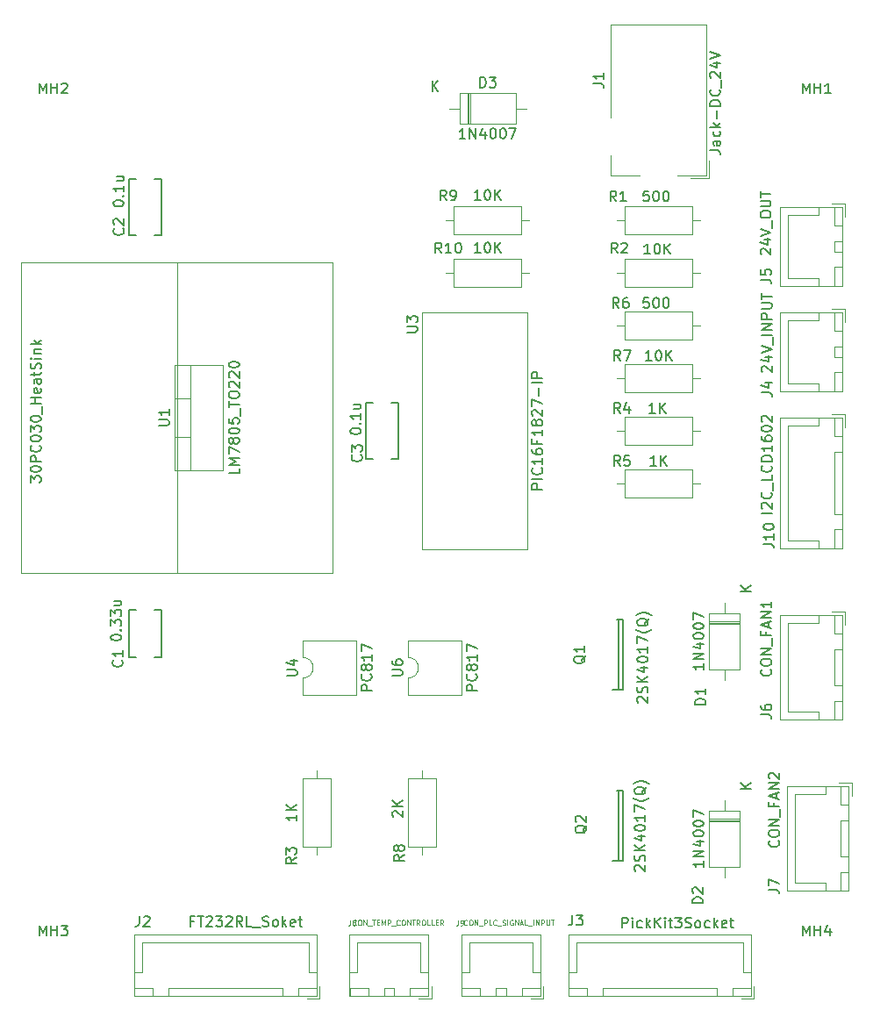
<source format=gbr>
%TF.GenerationSoftware,KiCad,Pcbnew,(5.1.12)-1*%
%TF.CreationDate,2022-01-09T19:05:53+09:00*%
%TF.ProjectId,24VFanController,32345646-616e-4436-9f6e-74726f6c6c65,rev?*%
%TF.SameCoordinates,PX6d01460PY196f3b0*%
%TF.FileFunction,Legend,Top*%
%TF.FilePolarity,Positive*%
%FSLAX46Y46*%
G04 Gerber Fmt 4.6, Leading zero omitted, Abs format (unit mm)*
G04 Created by KiCad (PCBNEW (5.1.12)-1) date 2022-01-09 19:05:53*
%MOMM*%
%LPD*%
G01*
G04 APERTURE LIST*
%ADD10C,0.120000*%
%ADD11C,0.127000*%
%ADD12C,0.150000*%
%ADD13C,0.100000*%
G04 APERTURE END LIST*
D10*
%TO.C,J4*%
X80220000Y-28900000D02*
X78970000Y-28900000D01*
X80220000Y-30150000D02*
X80220000Y-28900000D01*
X74720000Y-36050000D02*
X74720000Y-33000000D01*
X77670000Y-36050000D02*
X74720000Y-36050000D01*
X77670000Y-36800000D02*
X77670000Y-36050000D01*
X74720000Y-29950000D02*
X74720000Y-33000000D01*
X77670000Y-29950000D02*
X74720000Y-29950000D01*
X77670000Y-29200000D02*
X77670000Y-29950000D01*
X79920000Y-36800000D02*
X79920000Y-35000000D01*
X79170000Y-36800000D02*
X79920000Y-36800000D01*
X79170000Y-35000000D02*
X79170000Y-36800000D01*
X79920000Y-35000000D02*
X79170000Y-35000000D01*
X79920000Y-31000000D02*
X79920000Y-29200000D01*
X79170000Y-31000000D02*
X79920000Y-31000000D01*
X79170000Y-29200000D02*
X79170000Y-31000000D01*
X79920000Y-29200000D02*
X79170000Y-29200000D01*
X79920000Y-33500000D02*
X79920000Y-32500000D01*
X79170000Y-33500000D02*
X79920000Y-33500000D01*
X79170000Y-32500000D02*
X79170000Y-33500000D01*
X79920000Y-32500000D02*
X79170000Y-32500000D01*
X79930000Y-36810000D02*
X79930000Y-29190000D01*
X73960000Y-36810000D02*
X79930000Y-36810000D01*
X73960000Y-29190000D02*
X73960000Y-36810000D01*
X79930000Y-29190000D02*
X73960000Y-29190000D01*
%TO.C,  *%
X15735000Y-24370000D02*
X15735000Y-54370000D01*
X15735000Y-39370000D02*
X15735000Y-24370000D01*
X735000Y-24370000D02*
X30735000Y-24370000D01*
X735000Y-54370000D02*
X735000Y-24370000D01*
X30735000Y-54370000D02*
X735000Y-54370000D01*
X30735000Y-54370000D02*
X30735000Y-24370000D01*
X30735000Y-39370000D02*
X30735000Y-54370000D01*
%TO.C,D1*%
X70050000Y-59020000D02*
X67110000Y-59020000D01*
X70050000Y-59260000D02*
X67110000Y-59260000D01*
X70050000Y-59140000D02*
X67110000Y-59140000D01*
X68580000Y-64700000D02*
X68580000Y-63680000D01*
X68580000Y-57220000D02*
X68580000Y-58240000D01*
X70050000Y-63680000D02*
X70050000Y-58240000D01*
X67110000Y-63680000D02*
X70050000Y-63680000D01*
X67110000Y-58240000D02*
X67110000Y-63680000D01*
X70050000Y-58240000D02*
X67110000Y-58240000D01*
%TO.C,D2*%
X70050000Y-77290000D02*
X67110000Y-77290000D01*
X67110000Y-77290000D02*
X67110000Y-82730000D01*
X67110000Y-82730000D02*
X70050000Y-82730000D01*
X70050000Y-82730000D02*
X70050000Y-77290000D01*
X68580000Y-76270000D02*
X68580000Y-77290000D01*
X68580000Y-83750000D02*
X68580000Y-82730000D01*
X70050000Y-78190000D02*
X67110000Y-78190000D01*
X70050000Y-78310000D02*
X67110000Y-78310000D01*
X70050000Y-78070000D02*
X67110000Y-78070000D01*
%TO.C,J1*%
X57630000Y-10440000D02*
X57630000Y-1440000D01*
X57630000Y-1440000D02*
X66830000Y-1440000D01*
X66830000Y-1440000D02*
X66830000Y-16040000D01*
X66830000Y-16040000D02*
X64030000Y-16040000D01*
X60430000Y-16040000D02*
X57630000Y-16040000D01*
X57630000Y-16040000D02*
X57630000Y-14040000D01*
X67070000Y-14540000D02*
X67070000Y-16280000D01*
X67070000Y-16280000D02*
X65330000Y-16280000D01*
%TO.C,J5*%
X79930000Y-19030000D02*
X73960000Y-19030000D01*
X73960000Y-19030000D02*
X73960000Y-26650000D01*
X73960000Y-26650000D02*
X79930000Y-26650000D01*
X79930000Y-26650000D02*
X79930000Y-19030000D01*
X79920000Y-22340000D02*
X79170000Y-22340000D01*
X79170000Y-22340000D02*
X79170000Y-23340000D01*
X79170000Y-23340000D02*
X79920000Y-23340000D01*
X79920000Y-23340000D02*
X79920000Y-22340000D01*
X79920000Y-19040000D02*
X79170000Y-19040000D01*
X79170000Y-19040000D02*
X79170000Y-20840000D01*
X79170000Y-20840000D02*
X79920000Y-20840000D01*
X79920000Y-20840000D02*
X79920000Y-19040000D01*
X79920000Y-24840000D02*
X79170000Y-24840000D01*
X79170000Y-24840000D02*
X79170000Y-26640000D01*
X79170000Y-26640000D02*
X79920000Y-26640000D01*
X79920000Y-26640000D02*
X79920000Y-24840000D01*
X77670000Y-19040000D02*
X77670000Y-19790000D01*
X77670000Y-19790000D02*
X74720000Y-19790000D01*
X74720000Y-19790000D02*
X74720000Y-22840000D01*
X77670000Y-26640000D02*
X77670000Y-25890000D01*
X77670000Y-25890000D02*
X74720000Y-25890000D01*
X74720000Y-25890000D02*
X74720000Y-22840000D01*
X80220000Y-19990000D02*
X80220000Y-18740000D01*
X80220000Y-18740000D02*
X78970000Y-18740000D01*
%TO.C,J8*%
X40315000Y-95460000D02*
X40315000Y-94210000D01*
X39065000Y-95460000D02*
X40315000Y-95460000D01*
X33165000Y-89960000D02*
X36215000Y-89960000D01*
X33165000Y-92910000D02*
X33165000Y-89960000D01*
X32415000Y-92910000D02*
X33165000Y-92910000D01*
X39265000Y-89960000D02*
X36215000Y-89960000D01*
X39265000Y-92910000D02*
X39265000Y-89960000D01*
X40015000Y-92910000D02*
X39265000Y-92910000D01*
X32415000Y-95160000D02*
X34215000Y-95160000D01*
X32415000Y-94410000D02*
X32415000Y-95160000D01*
X34215000Y-94410000D02*
X32415000Y-94410000D01*
X34215000Y-95160000D02*
X34215000Y-94410000D01*
X38215000Y-95160000D02*
X40015000Y-95160000D01*
X38215000Y-94410000D02*
X38215000Y-95160000D01*
X40015000Y-94410000D02*
X38215000Y-94410000D01*
X40015000Y-95160000D02*
X40015000Y-94410000D01*
X35715000Y-95160000D02*
X36715000Y-95160000D01*
X35715000Y-94410000D02*
X35715000Y-95160000D01*
X36715000Y-94410000D02*
X35715000Y-94410000D01*
X36715000Y-95160000D02*
X36715000Y-94410000D01*
X32405000Y-95170000D02*
X40025000Y-95170000D01*
X32405000Y-89200000D02*
X32405000Y-95170000D01*
X40025000Y-89200000D02*
X32405000Y-89200000D01*
X40025000Y-95170000D02*
X40025000Y-89200000D01*
%TO.C,J9*%
X50820000Y-95170000D02*
X50820000Y-89200000D01*
X50820000Y-89200000D02*
X43200000Y-89200000D01*
X43200000Y-89200000D02*
X43200000Y-95170000D01*
X43200000Y-95170000D02*
X50820000Y-95170000D01*
X47510000Y-95160000D02*
X47510000Y-94410000D01*
X47510000Y-94410000D02*
X46510000Y-94410000D01*
X46510000Y-94410000D02*
X46510000Y-95160000D01*
X46510000Y-95160000D02*
X47510000Y-95160000D01*
X50810000Y-95160000D02*
X50810000Y-94410000D01*
X50810000Y-94410000D02*
X49010000Y-94410000D01*
X49010000Y-94410000D02*
X49010000Y-95160000D01*
X49010000Y-95160000D02*
X50810000Y-95160000D01*
X45010000Y-95160000D02*
X45010000Y-94410000D01*
X45010000Y-94410000D02*
X43210000Y-94410000D01*
X43210000Y-94410000D02*
X43210000Y-95160000D01*
X43210000Y-95160000D02*
X45010000Y-95160000D01*
X50810000Y-92910000D02*
X50060000Y-92910000D01*
X50060000Y-92910000D02*
X50060000Y-89960000D01*
X50060000Y-89960000D02*
X47010000Y-89960000D01*
X43210000Y-92910000D02*
X43960000Y-92910000D01*
X43960000Y-92910000D02*
X43960000Y-89960000D01*
X43960000Y-89960000D02*
X47010000Y-89960000D01*
X49860000Y-95460000D02*
X51110000Y-95460000D01*
X51110000Y-95460000D02*
X51110000Y-94210000D01*
%TO.C,J10*%
X79930000Y-39350000D02*
X73960000Y-39350000D01*
X73960000Y-39350000D02*
X73960000Y-51970000D01*
X73960000Y-51970000D02*
X79930000Y-51970000D01*
X79930000Y-51970000D02*
X79930000Y-39350000D01*
X79920000Y-42660000D02*
X79170000Y-42660000D01*
X79170000Y-42660000D02*
X79170000Y-48660000D01*
X79170000Y-48660000D02*
X79920000Y-48660000D01*
X79920000Y-48660000D02*
X79920000Y-42660000D01*
X79920000Y-39360000D02*
X79170000Y-39360000D01*
X79170000Y-39360000D02*
X79170000Y-41160000D01*
X79170000Y-41160000D02*
X79920000Y-41160000D01*
X79920000Y-41160000D02*
X79920000Y-39360000D01*
X79920000Y-50160000D02*
X79170000Y-50160000D01*
X79170000Y-50160000D02*
X79170000Y-51960000D01*
X79170000Y-51960000D02*
X79920000Y-51960000D01*
X79920000Y-51960000D02*
X79920000Y-50160000D01*
X77670000Y-39360000D02*
X77670000Y-40110000D01*
X77670000Y-40110000D02*
X74720000Y-40110000D01*
X74720000Y-40110000D02*
X74720000Y-45660000D01*
X77670000Y-51960000D02*
X77670000Y-51210000D01*
X77670000Y-51210000D02*
X74720000Y-51210000D01*
X74720000Y-51210000D02*
X74720000Y-45660000D01*
X80220000Y-40310000D02*
X80220000Y-39060000D01*
X80220000Y-39060000D02*
X78970000Y-39060000D01*
D11*
%TO.C,Q1*%
X58750000Y-58830000D02*
X58750000Y-65630000D01*
X58400000Y-58880000D02*
X58400000Y-65630000D01*
X58750000Y-65630000D02*
X58400000Y-65630000D01*
X58400000Y-65630000D02*
X57800000Y-65630000D01*
X58750000Y-58830000D02*
X58150000Y-58830000D01*
%TO.C,Q2*%
X58750000Y-75340000D02*
X58150000Y-75340000D01*
X58400000Y-82140000D02*
X57800000Y-82140000D01*
X58750000Y-82140000D02*
X58400000Y-82140000D01*
X58400000Y-75390000D02*
X58400000Y-82140000D01*
X58750000Y-75340000D02*
X58750000Y-82140000D01*
D10*
%TO.C,R1*%
X58960000Y-18950000D02*
X58960000Y-21690000D01*
X58960000Y-21690000D02*
X65500000Y-21690000D01*
X65500000Y-21690000D02*
X65500000Y-18950000D01*
X65500000Y-18950000D02*
X58960000Y-18950000D01*
X58190000Y-20320000D02*
X58960000Y-20320000D01*
X66270000Y-20320000D02*
X65500000Y-20320000D01*
%TO.C,R2*%
X58960000Y-24030000D02*
X58960000Y-26770000D01*
X58960000Y-26770000D02*
X65500000Y-26770000D01*
X65500000Y-26770000D02*
X65500000Y-24030000D01*
X65500000Y-24030000D02*
X58960000Y-24030000D01*
X58190000Y-25400000D02*
X58960000Y-25400000D01*
X66270000Y-25400000D02*
X65500000Y-25400000D01*
%TO.C,R3*%
X30580000Y-74200000D02*
X27840000Y-74200000D01*
X27840000Y-74200000D02*
X27840000Y-80740000D01*
X27840000Y-80740000D02*
X30580000Y-80740000D01*
X30580000Y-80740000D02*
X30580000Y-74200000D01*
X29210000Y-73430000D02*
X29210000Y-74200000D01*
X29210000Y-81510000D02*
X29210000Y-80740000D01*
%TO.C,R4*%
X66270000Y-40640000D02*
X65500000Y-40640000D01*
X58190000Y-40640000D02*
X58960000Y-40640000D01*
X65500000Y-39270000D02*
X58960000Y-39270000D01*
X65500000Y-42010000D02*
X65500000Y-39270000D01*
X58960000Y-42010000D02*
X65500000Y-42010000D01*
X58960000Y-39270000D02*
X58960000Y-42010000D01*
%TO.C,R5*%
X66270000Y-45720000D02*
X65500000Y-45720000D01*
X58190000Y-45720000D02*
X58960000Y-45720000D01*
X65500000Y-44350000D02*
X58960000Y-44350000D01*
X65500000Y-47090000D02*
X65500000Y-44350000D01*
X58960000Y-47090000D02*
X65500000Y-47090000D01*
X58960000Y-44350000D02*
X58960000Y-47090000D01*
%TO.C,R6*%
X66270000Y-30480000D02*
X65500000Y-30480000D01*
X58190000Y-30480000D02*
X58960000Y-30480000D01*
X65500000Y-29110000D02*
X58960000Y-29110000D01*
X65500000Y-31850000D02*
X65500000Y-29110000D01*
X58960000Y-31850000D02*
X65500000Y-31850000D01*
X58960000Y-29110000D02*
X58960000Y-31850000D01*
%TO.C,R7*%
X65500000Y-36930000D02*
X65500000Y-34190000D01*
X65500000Y-34190000D02*
X58960000Y-34190000D01*
X58960000Y-34190000D02*
X58960000Y-36930000D01*
X58960000Y-36930000D02*
X65500000Y-36930000D01*
X66270000Y-35560000D02*
X65500000Y-35560000D01*
X58190000Y-35560000D02*
X58960000Y-35560000D01*
%TO.C,R8*%
X39370000Y-81510000D02*
X39370000Y-80740000D01*
X39370000Y-73430000D02*
X39370000Y-74200000D01*
X40740000Y-80740000D02*
X40740000Y-74200000D01*
X38000000Y-80740000D02*
X40740000Y-80740000D01*
X38000000Y-74200000D02*
X38000000Y-80740000D01*
X40740000Y-74200000D02*
X38000000Y-74200000D01*
%TO.C,R9*%
X42450000Y-18950000D02*
X42450000Y-21690000D01*
X42450000Y-21690000D02*
X48990000Y-21690000D01*
X48990000Y-21690000D02*
X48990000Y-18950000D01*
X48990000Y-18950000D02*
X42450000Y-18950000D01*
X41680000Y-20320000D02*
X42450000Y-20320000D01*
X49760000Y-20320000D02*
X48990000Y-20320000D01*
%TO.C,R10*%
X49760000Y-25400000D02*
X48990000Y-25400000D01*
X41680000Y-25400000D02*
X42450000Y-25400000D01*
X48990000Y-24030000D02*
X42450000Y-24030000D01*
X48990000Y-26770000D02*
X48990000Y-24030000D01*
X42450000Y-26770000D02*
X48990000Y-26770000D01*
X42450000Y-24030000D02*
X42450000Y-26770000D01*
%TO.C,U1*%
X15526000Y-44490000D02*
X15526000Y-34250000D01*
X20167000Y-44490000D02*
X20167000Y-34250000D01*
X15526000Y-44490000D02*
X20167000Y-44490000D01*
X15526000Y-34250000D02*
X20167000Y-34250000D01*
X17036000Y-44490000D02*
X17036000Y-34250000D01*
X15526000Y-41220000D02*
X17036000Y-41220000D01*
X15526000Y-37519000D02*
X17036000Y-37519000D01*
%TO.C,U3*%
X39370000Y-52070000D02*
X39370000Y-29210000D01*
X39370000Y-29210000D02*
X49530000Y-29210000D01*
X49530000Y-29210000D02*
X49530000Y-52070000D01*
X49530000Y-52070000D02*
X39370000Y-52070000D01*
%TO.C,U4*%
X27880000Y-64500000D02*
X27880000Y-66150000D01*
X27880000Y-66150000D02*
X33080000Y-66150000D01*
X33080000Y-66150000D02*
X33080000Y-60850000D01*
X33080000Y-60850000D02*
X27880000Y-60850000D01*
X27880000Y-60850000D02*
X27880000Y-62500000D01*
X27880000Y-62500000D02*
G75*
G02*
X27880000Y-64500000I0J-1000000D01*
G01*
%TO.C,U6*%
X38040000Y-60850000D02*
X38040000Y-62500000D01*
X43240000Y-60850000D02*
X38040000Y-60850000D01*
X43240000Y-66150000D02*
X43240000Y-60850000D01*
X38040000Y-66150000D02*
X43240000Y-66150000D01*
X38040000Y-64500000D02*
X38040000Y-66150000D01*
X38040000Y-62500000D02*
G75*
G02*
X38040000Y-64500000I0J-1000000D01*
G01*
%TO.C,J2*%
X29520000Y-95460000D02*
X29520000Y-94210000D01*
X28270000Y-95460000D02*
X29520000Y-95460000D01*
X12370000Y-89960000D02*
X20420000Y-89960000D01*
X12370000Y-92910000D02*
X12370000Y-89960000D01*
X11620000Y-92910000D02*
X12370000Y-92910000D01*
X28470000Y-89960000D02*
X20420000Y-89960000D01*
X28470000Y-92910000D02*
X28470000Y-89960000D01*
X29220000Y-92910000D02*
X28470000Y-92910000D01*
X11620000Y-95160000D02*
X13420000Y-95160000D01*
X11620000Y-94410000D02*
X11620000Y-95160000D01*
X13420000Y-94410000D02*
X11620000Y-94410000D01*
X13420000Y-95160000D02*
X13420000Y-94410000D01*
X27420000Y-95160000D02*
X29220000Y-95160000D01*
X27420000Y-94410000D02*
X27420000Y-95160000D01*
X29220000Y-94410000D02*
X27420000Y-94410000D01*
X29220000Y-95160000D02*
X29220000Y-94410000D01*
X14920000Y-95160000D02*
X25920000Y-95160000D01*
X14920000Y-94410000D02*
X14920000Y-95160000D01*
X25920000Y-94410000D02*
X14920000Y-94410000D01*
X25920000Y-95160000D02*
X25920000Y-94410000D01*
X11610000Y-95170000D02*
X29230000Y-95170000D01*
X11610000Y-89200000D02*
X11610000Y-95170000D01*
X29230000Y-89200000D02*
X11610000Y-89200000D01*
X29230000Y-95170000D02*
X29230000Y-89200000D01*
%TO.C,J3*%
X71140000Y-95170000D02*
X71140000Y-89200000D01*
X71140000Y-89200000D02*
X53520000Y-89200000D01*
X53520000Y-89200000D02*
X53520000Y-95170000D01*
X53520000Y-95170000D02*
X71140000Y-95170000D01*
X67830000Y-95160000D02*
X67830000Y-94410000D01*
X67830000Y-94410000D02*
X56830000Y-94410000D01*
X56830000Y-94410000D02*
X56830000Y-95160000D01*
X56830000Y-95160000D02*
X67830000Y-95160000D01*
X71130000Y-95160000D02*
X71130000Y-94410000D01*
X71130000Y-94410000D02*
X69330000Y-94410000D01*
X69330000Y-94410000D02*
X69330000Y-95160000D01*
X69330000Y-95160000D02*
X71130000Y-95160000D01*
X55330000Y-95160000D02*
X55330000Y-94410000D01*
X55330000Y-94410000D02*
X53530000Y-94410000D01*
X53530000Y-94410000D02*
X53530000Y-95160000D01*
X53530000Y-95160000D02*
X55330000Y-95160000D01*
X71130000Y-92910000D02*
X70380000Y-92910000D01*
X70380000Y-92910000D02*
X70380000Y-89960000D01*
X70380000Y-89960000D02*
X62330000Y-89960000D01*
X53530000Y-92910000D02*
X54280000Y-92910000D01*
X54280000Y-92910000D02*
X54280000Y-89960000D01*
X54280000Y-89960000D02*
X62330000Y-89960000D01*
X70180000Y-95460000D02*
X71430000Y-95460000D01*
X71430000Y-95460000D02*
X71430000Y-94210000D01*
%TO.C,D3*%
X43780000Y-8055000D02*
X43780000Y-10995000D01*
X44020000Y-8055000D02*
X44020000Y-10995000D01*
X43900000Y-8055000D02*
X43900000Y-10995000D01*
X49460000Y-9525000D02*
X48440000Y-9525000D01*
X41980000Y-9525000D02*
X43000000Y-9525000D01*
X48440000Y-8055000D02*
X43000000Y-8055000D01*
X48440000Y-10995000D02*
X48440000Y-8055000D01*
X43000000Y-10995000D02*
X48440000Y-10995000D01*
X43000000Y-8055000D02*
X43000000Y-10995000D01*
%TO.C,J6*%
X79930000Y-58400000D02*
X73960000Y-58400000D01*
X73960000Y-58400000D02*
X73960000Y-68520000D01*
X73960000Y-68520000D02*
X79930000Y-68520000D01*
X79930000Y-68520000D02*
X79930000Y-58400000D01*
X79920000Y-61710000D02*
X79170000Y-61710000D01*
X79170000Y-61710000D02*
X79170000Y-65210000D01*
X79170000Y-65210000D02*
X79920000Y-65210000D01*
X79920000Y-65210000D02*
X79920000Y-61710000D01*
X79920000Y-58410000D02*
X79170000Y-58410000D01*
X79170000Y-58410000D02*
X79170000Y-60210000D01*
X79170000Y-60210000D02*
X79920000Y-60210000D01*
X79920000Y-60210000D02*
X79920000Y-58410000D01*
X79920000Y-66710000D02*
X79170000Y-66710000D01*
X79170000Y-66710000D02*
X79170000Y-68510000D01*
X79170000Y-68510000D02*
X79920000Y-68510000D01*
X79920000Y-68510000D02*
X79920000Y-66710000D01*
X77670000Y-58410000D02*
X77670000Y-59160000D01*
X77670000Y-59160000D02*
X74720000Y-59160000D01*
X74720000Y-59160000D02*
X74720000Y-63460000D01*
X77670000Y-68510000D02*
X77670000Y-67760000D01*
X77670000Y-67760000D02*
X74720000Y-67760000D01*
X74720000Y-67760000D02*
X74720000Y-63460000D01*
X80220000Y-59360000D02*
X80220000Y-58110000D01*
X80220000Y-58110000D02*
X78970000Y-58110000D01*
%TO.C,J7*%
X80855000Y-74620000D02*
X79605000Y-74620000D01*
X80855000Y-75870000D02*
X80855000Y-74620000D01*
X75355000Y-84270000D02*
X75355000Y-79970000D01*
X78305000Y-84270000D02*
X75355000Y-84270000D01*
X78305000Y-85020000D02*
X78305000Y-84270000D01*
X75355000Y-75670000D02*
X75355000Y-79970000D01*
X78305000Y-75670000D02*
X75355000Y-75670000D01*
X78305000Y-74920000D02*
X78305000Y-75670000D01*
X80555000Y-85020000D02*
X80555000Y-83220000D01*
X79805000Y-85020000D02*
X80555000Y-85020000D01*
X79805000Y-83220000D02*
X79805000Y-85020000D01*
X80555000Y-83220000D02*
X79805000Y-83220000D01*
X80555000Y-76720000D02*
X80555000Y-74920000D01*
X79805000Y-76720000D02*
X80555000Y-76720000D01*
X79805000Y-74920000D02*
X79805000Y-76720000D01*
X80555000Y-74920000D02*
X79805000Y-74920000D01*
X80555000Y-81720000D02*
X80555000Y-78220000D01*
X79805000Y-81720000D02*
X80555000Y-81720000D01*
X79805000Y-78220000D02*
X79805000Y-81720000D01*
X80555000Y-78220000D02*
X79805000Y-78220000D01*
X80565000Y-85030000D02*
X80565000Y-74910000D01*
X74595000Y-85030000D02*
X80565000Y-85030000D01*
X74595000Y-74910000D02*
X74595000Y-85030000D01*
X80565000Y-74910000D02*
X74595000Y-74910000D01*
D11*
%TO.C,C1*%
X13600000Y-57948000D02*
X14275000Y-57948000D01*
X11125000Y-57948000D02*
X11800000Y-57948000D01*
X14275000Y-62448000D02*
X13600000Y-62448000D01*
X11125000Y-62448000D02*
X11800000Y-62448000D01*
X11125000Y-57948000D02*
X11125000Y-62448000D01*
X14275000Y-57948000D02*
X14275000Y-62448000D01*
%TO.C,C2*%
X11125000Y-21800000D02*
X11125000Y-16300000D01*
X14275000Y-21800000D02*
X14275000Y-16300000D01*
X14275000Y-16300000D02*
X13600000Y-16300000D01*
X11125000Y-16300000D02*
X11800000Y-16300000D01*
X14275000Y-21800000D02*
X13600000Y-21800000D01*
X11800000Y-21800000D02*
X11125000Y-21800000D01*
%TO.C,C3*%
X36460000Y-37890000D02*
X37135000Y-37890000D01*
X33985000Y-37890000D02*
X34660000Y-37890000D01*
X37135000Y-43390000D02*
X36460000Y-43390000D01*
X33985000Y-43390000D02*
X34660000Y-43390000D01*
X33985000Y-37890000D02*
X33985000Y-43390000D01*
X37135000Y-37890000D02*
X37135000Y-43390000D01*
%TO.C,J4*%
D12*
X72147180Y-36922033D02*
X72861466Y-36922033D01*
X73004323Y-36969652D01*
X73099561Y-37064890D01*
X73147180Y-37207747D01*
X73147180Y-37302985D01*
X72480514Y-36017271D02*
X73147180Y-36017271D01*
X72099561Y-36255366D02*
X72813847Y-36493461D01*
X72813847Y-35874414D01*
X72242419Y-34941995D02*
X72194800Y-34894376D01*
X72147180Y-34799138D01*
X72147180Y-34561042D01*
X72194800Y-34465804D01*
X72242419Y-34418185D01*
X72337657Y-34370566D01*
X72432895Y-34370566D01*
X72575752Y-34418185D01*
X73147180Y-34989614D01*
X73147180Y-34370566D01*
X72480514Y-33513423D02*
X73147180Y-33513423D01*
X72099561Y-33751519D02*
X72813847Y-33989614D01*
X72813847Y-33370566D01*
X72147180Y-33132471D02*
X73147180Y-32799138D01*
X72147180Y-32465804D01*
X73242419Y-32370566D02*
X73242419Y-31608661D01*
X73147180Y-31370566D02*
X72147180Y-31370566D01*
X73147180Y-30894376D02*
X72147180Y-30894376D01*
X73147180Y-30322947D01*
X72147180Y-30322947D01*
X73147180Y-29846757D02*
X72147180Y-29846757D01*
X72147180Y-29465804D01*
X72194800Y-29370566D01*
X72242419Y-29322947D01*
X72337657Y-29275328D01*
X72480514Y-29275328D01*
X72575752Y-29322947D01*
X72623371Y-29370566D01*
X72670990Y-29465804D01*
X72670990Y-29846757D01*
X72147180Y-28846757D02*
X72956704Y-28846757D01*
X73051942Y-28799138D01*
X73099561Y-28751519D01*
X73147180Y-28656280D01*
X73147180Y-28465804D01*
X73099561Y-28370566D01*
X73051942Y-28322947D01*
X72956704Y-28275328D01*
X72147180Y-28275328D01*
X72147180Y-27941995D02*
X72147180Y-27370566D01*
X73147180Y-27656280D02*
X72147180Y-27656280D01*
%TO.C,MH4*%
X76136666Y-89352380D02*
X76136666Y-88352380D01*
X76470000Y-89066666D01*
X76803333Y-88352380D01*
X76803333Y-89352380D01*
X77279523Y-89352380D02*
X77279523Y-88352380D01*
X77279523Y-88828571D02*
X77850952Y-88828571D01*
X77850952Y-89352380D02*
X77850952Y-88352380D01*
X78755714Y-88685714D02*
X78755714Y-89352380D01*
X78517619Y-88304761D02*
X78279523Y-89019047D01*
X78898571Y-89019047D01*
%TO.C,MH3*%
X2476666Y-89352380D02*
X2476666Y-88352380D01*
X2810000Y-89066666D01*
X3143333Y-88352380D01*
X3143333Y-89352380D01*
X3619523Y-89352380D02*
X3619523Y-88352380D01*
X3619523Y-88828571D02*
X4190952Y-88828571D01*
X4190952Y-89352380D02*
X4190952Y-88352380D01*
X4571904Y-88352380D02*
X5190952Y-88352380D01*
X4857619Y-88733333D01*
X5000476Y-88733333D01*
X5095714Y-88780952D01*
X5143333Y-88828571D01*
X5190952Y-88923809D01*
X5190952Y-89161904D01*
X5143333Y-89257142D01*
X5095714Y-89304761D01*
X5000476Y-89352380D01*
X4714761Y-89352380D01*
X4619523Y-89304761D01*
X4571904Y-89257142D01*
%TO.C,MH2*%
X2476666Y-8072380D02*
X2476666Y-7072380D01*
X2810000Y-7786666D01*
X3143333Y-7072380D01*
X3143333Y-8072380D01*
X3619523Y-8072380D02*
X3619523Y-7072380D01*
X3619523Y-7548571D02*
X4190952Y-7548571D01*
X4190952Y-8072380D02*
X4190952Y-7072380D01*
X4619523Y-7167619D02*
X4667142Y-7120000D01*
X4762380Y-7072380D01*
X5000476Y-7072380D01*
X5095714Y-7120000D01*
X5143333Y-7167619D01*
X5190952Y-7262857D01*
X5190952Y-7358095D01*
X5143333Y-7500952D01*
X4571904Y-8072380D01*
X5190952Y-8072380D01*
%TO.C,MH1*%
X76136666Y-8072380D02*
X76136666Y-7072380D01*
X76470000Y-7786666D01*
X76803333Y-7072380D01*
X76803333Y-8072380D01*
X77279523Y-8072380D02*
X77279523Y-7072380D01*
X77279523Y-7548571D02*
X77850952Y-7548571D01*
X77850952Y-8072380D02*
X77850952Y-7072380D01*
X78850952Y-8072380D02*
X78279523Y-8072380D01*
X78565238Y-8072380D02*
X78565238Y-7072380D01*
X78470000Y-7215238D01*
X78374761Y-7310476D01*
X78279523Y-7358095D01*
%TO.C,  *%
X1611380Y-45615952D02*
X1611380Y-44996904D01*
X1992333Y-45330238D01*
X1992333Y-45187380D01*
X2039952Y-45092142D01*
X2087571Y-45044523D01*
X2182809Y-44996904D01*
X2420904Y-44996904D01*
X2516142Y-45044523D01*
X2563761Y-45092142D01*
X2611380Y-45187380D01*
X2611380Y-45473095D01*
X2563761Y-45568333D01*
X2516142Y-45615952D01*
X1611380Y-44377857D02*
X1611380Y-44282619D01*
X1659000Y-44187380D01*
X1706619Y-44139761D01*
X1801857Y-44092142D01*
X1992333Y-44044523D01*
X2230428Y-44044523D01*
X2420904Y-44092142D01*
X2516142Y-44139761D01*
X2563761Y-44187380D01*
X2611380Y-44282619D01*
X2611380Y-44377857D01*
X2563761Y-44473095D01*
X2516142Y-44520714D01*
X2420904Y-44568333D01*
X2230428Y-44615952D01*
X1992333Y-44615952D01*
X1801857Y-44568333D01*
X1706619Y-44520714D01*
X1659000Y-44473095D01*
X1611380Y-44377857D01*
X2611380Y-43615952D02*
X1611380Y-43615952D01*
X1611380Y-43235000D01*
X1659000Y-43139761D01*
X1706619Y-43092142D01*
X1801857Y-43044523D01*
X1944714Y-43044523D01*
X2039952Y-43092142D01*
X2087571Y-43139761D01*
X2135190Y-43235000D01*
X2135190Y-43615952D01*
X2516142Y-42044523D02*
X2563761Y-42092142D01*
X2611380Y-42235000D01*
X2611380Y-42330238D01*
X2563761Y-42473095D01*
X2468523Y-42568333D01*
X2373285Y-42615952D01*
X2182809Y-42663571D01*
X2039952Y-42663571D01*
X1849476Y-42615952D01*
X1754238Y-42568333D01*
X1659000Y-42473095D01*
X1611380Y-42330238D01*
X1611380Y-42235000D01*
X1659000Y-42092142D01*
X1706619Y-42044523D01*
X1611380Y-41425476D02*
X1611380Y-41330238D01*
X1659000Y-41235000D01*
X1706619Y-41187380D01*
X1801857Y-41139761D01*
X1992333Y-41092142D01*
X2230428Y-41092142D01*
X2420904Y-41139761D01*
X2516142Y-41187380D01*
X2563761Y-41235000D01*
X2611380Y-41330238D01*
X2611380Y-41425476D01*
X2563761Y-41520714D01*
X2516142Y-41568333D01*
X2420904Y-41615952D01*
X2230428Y-41663571D01*
X1992333Y-41663571D01*
X1801857Y-41615952D01*
X1706619Y-41568333D01*
X1659000Y-41520714D01*
X1611380Y-41425476D01*
X1611380Y-40758809D02*
X1611380Y-40139761D01*
X1992333Y-40473095D01*
X1992333Y-40330238D01*
X2039952Y-40235000D01*
X2087571Y-40187380D01*
X2182809Y-40139761D01*
X2420904Y-40139761D01*
X2516142Y-40187380D01*
X2563761Y-40235000D01*
X2611380Y-40330238D01*
X2611380Y-40615952D01*
X2563761Y-40711190D01*
X2516142Y-40758809D01*
X1611380Y-39520714D02*
X1611380Y-39425476D01*
X1659000Y-39330238D01*
X1706619Y-39282619D01*
X1801857Y-39235000D01*
X1992333Y-39187380D01*
X2230428Y-39187380D01*
X2420904Y-39235000D01*
X2516142Y-39282619D01*
X2563761Y-39330238D01*
X2611380Y-39425476D01*
X2611380Y-39520714D01*
X2563761Y-39615952D01*
X2516142Y-39663571D01*
X2420904Y-39711190D01*
X2230428Y-39758809D01*
X1992333Y-39758809D01*
X1801857Y-39711190D01*
X1706619Y-39663571D01*
X1659000Y-39615952D01*
X1611380Y-39520714D01*
X2706619Y-38996904D02*
X2706619Y-38235000D01*
X2611380Y-37996904D02*
X1611380Y-37996904D01*
X2087571Y-37996904D02*
X2087571Y-37425476D01*
X2611380Y-37425476D02*
X1611380Y-37425476D01*
X2563761Y-36568333D02*
X2611380Y-36663571D01*
X2611380Y-36854047D01*
X2563761Y-36949285D01*
X2468523Y-36996904D01*
X2087571Y-36996904D01*
X1992333Y-36949285D01*
X1944714Y-36854047D01*
X1944714Y-36663571D01*
X1992333Y-36568333D01*
X2087571Y-36520714D01*
X2182809Y-36520714D01*
X2278047Y-36996904D01*
X2611380Y-35663571D02*
X2087571Y-35663571D01*
X1992333Y-35711190D01*
X1944714Y-35806428D01*
X1944714Y-35996904D01*
X1992333Y-36092142D01*
X2563761Y-35663571D02*
X2611380Y-35758809D01*
X2611380Y-35996904D01*
X2563761Y-36092142D01*
X2468523Y-36139761D01*
X2373285Y-36139761D01*
X2278047Y-36092142D01*
X2230428Y-35996904D01*
X2230428Y-35758809D01*
X2182809Y-35663571D01*
X1944714Y-35330238D02*
X1944714Y-34949285D01*
X1611380Y-35187380D02*
X2468523Y-35187380D01*
X2563761Y-35139761D01*
X2611380Y-35044523D01*
X2611380Y-34949285D01*
X2563761Y-34663571D02*
X2611380Y-34520714D01*
X2611380Y-34282619D01*
X2563761Y-34187380D01*
X2516142Y-34139761D01*
X2420904Y-34092142D01*
X2325666Y-34092142D01*
X2230428Y-34139761D01*
X2182809Y-34187380D01*
X2135190Y-34282619D01*
X2087571Y-34473095D01*
X2039952Y-34568333D01*
X1992333Y-34615952D01*
X1897095Y-34663571D01*
X1801857Y-34663571D01*
X1706619Y-34615952D01*
X1659000Y-34568333D01*
X1611380Y-34473095D01*
X1611380Y-34235000D01*
X1659000Y-34092142D01*
X2611380Y-33663571D02*
X1944714Y-33663571D01*
X1611380Y-33663571D02*
X1659000Y-33711190D01*
X1706619Y-33663571D01*
X1659000Y-33615952D01*
X1611380Y-33663571D01*
X1706619Y-33663571D01*
X1944714Y-33187380D02*
X2611380Y-33187380D01*
X2039952Y-33187380D02*
X1992333Y-33139761D01*
X1944714Y-33044523D01*
X1944714Y-32901666D01*
X1992333Y-32806428D01*
X2087571Y-32758809D01*
X2611380Y-32758809D01*
X2611380Y-32282619D02*
X1611380Y-32282619D01*
X2230428Y-32187380D02*
X2611380Y-31901666D01*
X1944714Y-31901666D02*
X2325666Y-32282619D01*
%TO.C,D1*%
X66746380Y-67032095D02*
X65746380Y-67032095D01*
X65746380Y-66794000D01*
X65794000Y-66651142D01*
X65889238Y-66555904D01*
X65984476Y-66508285D01*
X66174952Y-66460666D01*
X66317809Y-66460666D01*
X66508285Y-66508285D01*
X66603523Y-66555904D01*
X66698761Y-66651142D01*
X66746380Y-66794000D01*
X66746380Y-67032095D01*
X66746380Y-65508285D02*
X66746380Y-66079714D01*
X66746380Y-65794000D02*
X65746380Y-65794000D01*
X65889238Y-65889238D01*
X65984476Y-65984476D01*
X66032095Y-66079714D01*
X66562380Y-63102857D02*
X66562380Y-63674285D01*
X66562380Y-63388571D02*
X65562380Y-63388571D01*
X65705238Y-63483809D01*
X65800476Y-63579047D01*
X65848095Y-63674285D01*
X66562380Y-62674285D02*
X65562380Y-62674285D01*
X66562380Y-62102857D01*
X65562380Y-62102857D01*
X65895714Y-61198095D02*
X66562380Y-61198095D01*
X65514761Y-61436190D02*
X66229047Y-61674285D01*
X66229047Y-61055238D01*
X65562380Y-60483809D02*
X65562380Y-60388571D01*
X65610000Y-60293333D01*
X65657619Y-60245714D01*
X65752857Y-60198095D01*
X65943333Y-60150476D01*
X66181428Y-60150476D01*
X66371904Y-60198095D01*
X66467142Y-60245714D01*
X66514761Y-60293333D01*
X66562380Y-60388571D01*
X66562380Y-60483809D01*
X66514761Y-60579047D01*
X66467142Y-60626666D01*
X66371904Y-60674285D01*
X66181428Y-60721904D01*
X65943333Y-60721904D01*
X65752857Y-60674285D01*
X65657619Y-60626666D01*
X65610000Y-60579047D01*
X65562380Y-60483809D01*
X65562380Y-59531428D02*
X65562380Y-59436190D01*
X65610000Y-59340952D01*
X65657619Y-59293333D01*
X65752857Y-59245714D01*
X65943333Y-59198095D01*
X66181428Y-59198095D01*
X66371904Y-59245714D01*
X66467142Y-59293333D01*
X66514761Y-59340952D01*
X66562380Y-59436190D01*
X66562380Y-59531428D01*
X66514761Y-59626666D01*
X66467142Y-59674285D01*
X66371904Y-59721904D01*
X66181428Y-59769523D01*
X65943333Y-59769523D01*
X65752857Y-59721904D01*
X65657619Y-59674285D01*
X65610000Y-59626666D01*
X65562380Y-59531428D01*
X65562380Y-58864761D02*
X65562380Y-58198095D01*
X66562380Y-58626666D01*
X71132380Y-56141904D02*
X70132380Y-56141904D01*
X71132380Y-55570476D02*
X70560952Y-55999047D01*
X70132380Y-55570476D02*
X70703809Y-56141904D01*
%TO.C,D2*%
X66492380Y-86209095D02*
X65492380Y-86209095D01*
X65492380Y-85971000D01*
X65540000Y-85828142D01*
X65635238Y-85732904D01*
X65730476Y-85685285D01*
X65920952Y-85637666D01*
X66063809Y-85637666D01*
X66254285Y-85685285D01*
X66349523Y-85732904D01*
X66444761Y-85828142D01*
X66492380Y-85971000D01*
X66492380Y-86209095D01*
X65587619Y-85256714D02*
X65540000Y-85209095D01*
X65492380Y-85113857D01*
X65492380Y-84875761D01*
X65540000Y-84780523D01*
X65587619Y-84732904D01*
X65682857Y-84685285D01*
X65778095Y-84685285D01*
X65920952Y-84732904D01*
X66492380Y-85304333D01*
X66492380Y-84685285D01*
X66562380Y-82152857D02*
X66562380Y-82724285D01*
X66562380Y-82438571D02*
X65562380Y-82438571D01*
X65705238Y-82533809D01*
X65800476Y-82629047D01*
X65848095Y-82724285D01*
X66562380Y-81724285D02*
X65562380Y-81724285D01*
X66562380Y-81152857D01*
X65562380Y-81152857D01*
X65895714Y-80248095D02*
X66562380Y-80248095D01*
X65514761Y-80486190D02*
X66229047Y-80724285D01*
X66229047Y-80105238D01*
X65562380Y-79533809D02*
X65562380Y-79438571D01*
X65610000Y-79343333D01*
X65657619Y-79295714D01*
X65752857Y-79248095D01*
X65943333Y-79200476D01*
X66181428Y-79200476D01*
X66371904Y-79248095D01*
X66467142Y-79295714D01*
X66514761Y-79343333D01*
X66562380Y-79438571D01*
X66562380Y-79533809D01*
X66514761Y-79629047D01*
X66467142Y-79676666D01*
X66371904Y-79724285D01*
X66181428Y-79771904D01*
X65943333Y-79771904D01*
X65752857Y-79724285D01*
X65657619Y-79676666D01*
X65610000Y-79629047D01*
X65562380Y-79533809D01*
X65562380Y-78581428D02*
X65562380Y-78486190D01*
X65610000Y-78390952D01*
X65657619Y-78343333D01*
X65752857Y-78295714D01*
X65943333Y-78248095D01*
X66181428Y-78248095D01*
X66371904Y-78295714D01*
X66467142Y-78343333D01*
X66514761Y-78390952D01*
X66562380Y-78486190D01*
X66562380Y-78581428D01*
X66514761Y-78676666D01*
X66467142Y-78724285D01*
X66371904Y-78771904D01*
X66181428Y-78819523D01*
X65943333Y-78819523D01*
X65752857Y-78771904D01*
X65657619Y-78724285D01*
X65610000Y-78676666D01*
X65562380Y-78581428D01*
X65562380Y-77914761D02*
X65562380Y-77248095D01*
X66562380Y-77676666D01*
X71132380Y-75191904D02*
X70132380Y-75191904D01*
X71132380Y-74620476D02*
X70560952Y-75049047D01*
X70132380Y-74620476D02*
X70703809Y-75191904D01*
%TO.C,J1*%
X55932380Y-7123333D02*
X56646666Y-7123333D01*
X56789523Y-7170952D01*
X56884761Y-7266190D01*
X56932380Y-7409047D01*
X56932380Y-7504285D01*
X56932380Y-6123333D02*
X56932380Y-6694761D01*
X56932380Y-6409047D02*
X55932380Y-6409047D01*
X56075238Y-6504285D01*
X56170476Y-6599523D01*
X56218095Y-6694761D01*
X67182380Y-13563809D02*
X67896666Y-13563809D01*
X68039523Y-13611428D01*
X68134761Y-13706666D01*
X68182380Y-13849523D01*
X68182380Y-13944761D01*
X68182380Y-12659047D02*
X67658571Y-12659047D01*
X67563333Y-12706666D01*
X67515714Y-12801904D01*
X67515714Y-12992380D01*
X67563333Y-13087619D01*
X68134761Y-12659047D02*
X68182380Y-12754285D01*
X68182380Y-12992380D01*
X68134761Y-13087619D01*
X68039523Y-13135238D01*
X67944285Y-13135238D01*
X67849047Y-13087619D01*
X67801428Y-12992380D01*
X67801428Y-12754285D01*
X67753809Y-12659047D01*
X68134761Y-11754285D02*
X68182380Y-11849523D01*
X68182380Y-12040000D01*
X68134761Y-12135238D01*
X68087142Y-12182857D01*
X67991904Y-12230476D01*
X67706190Y-12230476D01*
X67610952Y-12182857D01*
X67563333Y-12135238D01*
X67515714Y-12040000D01*
X67515714Y-11849523D01*
X67563333Y-11754285D01*
X68182380Y-11325714D02*
X67182380Y-11325714D01*
X67801428Y-11230476D02*
X68182380Y-10944761D01*
X67515714Y-10944761D02*
X67896666Y-11325714D01*
X67801428Y-10516190D02*
X67801428Y-9754285D01*
X68182380Y-9278095D02*
X67182380Y-9278095D01*
X67182380Y-9040000D01*
X67230000Y-8897142D01*
X67325238Y-8801904D01*
X67420476Y-8754285D01*
X67610952Y-8706666D01*
X67753809Y-8706666D01*
X67944285Y-8754285D01*
X68039523Y-8801904D01*
X68134761Y-8897142D01*
X68182380Y-9040000D01*
X68182380Y-9278095D01*
X68087142Y-7706666D02*
X68134761Y-7754285D01*
X68182380Y-7897142D01*
X68182380Y-7992380D01*
X68134761Y-8135238D01*
X68039523Y-8230476D01*
X67944285Y-8278095D01*
X67753809Y-8325714D01*
X67610952Y-8325714D01*
X67420476Y-8278095D01*
X67325238Y-8230476D01*
X67230000Y-8135238D01*
X67182380Y-7992380D01*
X67182380Y-7897142D01*
X67230000Y-7754285D01*
X67277619Y-7706666D01*
X68277619Y-7516190D02*
X68277619Y-6754285D01*
X67277619Y-6563809D02*
X67230000Y-6516190D01*
X67182380Y-6420952D01*
X67182380Y-6182857D01*
X67230000Y-6087619D01*
X67277619Y-6040000D01*
X67372857Y-5992380D01*
X67468095Y-5992380D01*
X67610952Y-6040000D01*
X68182380Y-6611428D01*
X68182380Y-5992380D01*
X67515714Y-5135238D02*
X68182380Y-5135238D01*
X67134761Y-5373333D02*
X67849047Y-5611428D01*
X67849047Y-4992380D01*
X67182380Y-4754285D02*
X68182380Y-4420952D01*
X67182380Y-4087619D01*
%TO.C,J5*%
X72083680Y-26038133D02*
X72797966Y-26038133D01*
X72940823Y-26085752D01*
X73036061Y-26180990D01*
X73083680Y-26323847D01*
X73083680Y-26419085D01*
X72083680Y-25085752D02*
X72083680Y-25561942D01*
X72559871Y-25609561D01*
X72512252Y-25561942D01*
X72464633Y-25466704D01*
X72464633Y-25228609D01*
X72512252Y-25133371D01*
X72559871Y-25085752D01*
X72655109Y-25038133D01*
X72893204Y-25038133D01*
X72988442Y-25085752D01*
X73036061Y-25133371D01*
X73083680Y-25228609D01*
X73083680Y-25466704D01*
X73036061Y-25561942D01*
X72988442Y-25609561D01*
X72140819Y-23612100D02*
X72093200Y-23564480D01*
X72045580Y-23469242D01*
X72045580Y-23231147D01*
X72093200Y-23135909D01*
X72140819Y-23088290D01*
X72236057Y-23040671D01*
X72331295Y-23040671D01*
X72474152Y-23088290D01*
X73045580Y-23659719D01*
X73045580Y-23040671D01*
X72378914Y-22183528D02*
X73045580Y-22183528D01*
X71997961Y-22421623D02*
X72712247Y-22659719D01*
X72712247Y-22040671D01*
X72045580Y-21802576D02*
X73045580Y-21469242D01*
X72045580Y-21135909D01*
X73140819Y-21040671D02*
X73140819Y-20278766D01*
X72045580Y-19850195D02*
X72045580Y-19659719D01*
X72093200Y-19564480D01*
X72188438Y-19469242D01*
X72378914Y-19421623D01*
X72712247Y-19421623D01*
X72902723Y-19469242D01*
X72997961Y-19564480D01*
X73045580Y-19659719D01*
X73045580Y-19850195D01*
X72997961Y-19945433D01*
X72902723Y-20040671D01*
X72712247Y-20088290D01*
X72378914Y-20088290D01*
X72188438Y-20040671D01*
X72093200Y-19945433D01*
X72045580Y-19850195D01*
X72045580Y-18993052D02*
X72855104Y-18993052D01*
X72950342Y-18945433D01*
X72997961Y-18897814D01*
X73045580Y-18802576D01*
X73045580Y-18612100D01*
X72997961Y-18516861D01*
X72950342Y-18469242D01*
X72855104Y-18421623D01*
X72045580Y-18421623D01*
X72045580Y-18088290D02*
X72045580Y-17516861D01*
X73045580Y-17802576D02*
X72045580Y-17802576D01*
%TO.C,J8*%
D13*
X32472333Y-87864190D02*
X32472333Y-88221333D01*
X32448523Y-88292761D01*
X32400904Y-88340380D01*
X32329476Y-88364190D01*
X32281857Y-88364190D01*
X32781857Y-88078476D02*
X32734238Y-88054666D01*
X32710428Y-88030857D01*
X32686619Y-87983238D01*
X32686619Y-87959428D01*
X32710428Y-87911809D01*
X32734238Y-87888000D01*
X32781857Y-87864190D01*
X32877095Y-87864190D01*
X32924714Y-87888000D01*
X32948523Y-87911809D01*
X32972333Y-87959428D01*
X32972333Y-87983238D01*
X32948523Y-88030857D01*
X32924714Y-88054666D01*
X32877095Y-88078476D01*
X32781857Y-88078476D01*
X32734238Y-88102285D01*
X32710428Y-88126095D01*
X32686619Y-88173714D01*
X32686619Y-88268952D01*
X32710428Y-88316571D01*
X32734238Y-88340380D01*
X32781857Y-88364190D01*
X32877095Y-88364190D01*
X32924714Y-88340380D01*
X32948523Y-88316571D01*
X32972333Y-88268952D01*
X32972333Y-88173714D01*
X32948523Y-88126095D01*
X32924714Y-88102285D01*
X32877095Y-88078476D01*
X33024476Y-88288571D02*
X33000666Y-88312380D01*
X32929238Y-88336190D01*
X32881619Y-88336190D01*
X32810190Y-88312380D01*
X32762571Y-88264761D01*
X32738761Y-88217142D01*
X32714952Y-88121904D01*
X32714952Y-88050476D01*
X32738761Y-87955238D01*
X32762571Y-87907619D01*
X32810190Y-87860000D01*
X32881619Y-87836190D01*
X32929238Y-87836190D01*
X33000666Y-87860000D01*
X33024476Y-87883809D01*
X33334000Y-87836190D02*
X33429238Y-87836190D01*
X33476857Y-87860000D01*
X33524476Y-87907619D01*
X33548285Y-88002857D01*
X33548285Y-88169523D01*
X33524476Y-88264761D01*
X33476857Y-88312380D01*
X33429238Y-88336190D01*
X33334000Y-88336190D01*
X33286380Y-88312380D01*
X33238761Y-88264761D01*
X33214952Y-88169523D01*
X33214952Y-88002857D01*
X33238761Y-87907619D01*
X33286380Y-87860000D01*
X33334000Y-87836190D01*
X33762571Y-88336190D02*
X33762571Y-87836190D01*
X34048285Y-88336190D01*
X34048285Y-87836190D01*
X34167333Y-88383809D02*
X34548285Y-88383809D01*
X34595904Y-87836190D02*
X34881619Y-87836190D01*
X34738761Y-88336190D02*
X34738761Y-87836190D01*
X35048285Y-88074285D02*
X35214952Y-88074285D01*
X35286380Y-88336190D02*
X35048285Y-88336190D01*
X35048285Y-87836190D01*
X35286380Y-87836190D01*
X35500666Y-88336190D02*
X35500666Y-87836190D01*
X35667333Y-88193333D01*
X35834000Y-87836190D01*
X35834000Y-88336190D01*
X36072095Y-88336190D02*
X36072095Y-87836190D01*
X36262571Y-87836190D01*
X36310190Y-87860000D01*
X36334000Y-87883809D01*
X36357809Y-87931428D01*
X36357809Y-88002857D01*
X36334000Y-88050476D01*
X36310190Y-88074285D01*
X36262571Y-88098095D01*
X36072095Y-88098095D01*
X36453047Y-88383809D02*
X36834000Y-88383809D01*
X37238761Y-88288571D02*
X37214952Y-88312380D01*
X37143523Y-88336190D01*
X37095904Y-88336190D01*
X37024476Y-88312380D01*
X36976857Y-88264761D01*
X36953047Y-88217142D01*
X36929238Y-88121904D01*
X36929238Y-88050476D01*
X36953047Y-87955238D01*
X36976857Y-87907619D01*
X37024476Y-87860000D01*
X37095904Y-87836190D01*
X37143523Y-87836190D01*
X37214952Y-87860000D01*
X37238761Y-87883809D01*
X37548285Y-87836190D02*
X37643523Y-87836190D01*
X37691142Y-87860000D01*
X37738761Y-87907619D01*
X37762571Y-88002857D01*
X37762571Y-88169523D01*
X37738761Y-88264761D01*
X37691142Y-88312380D01*
X37643523Y-88336190D01*
X37548285Y-88336190D01*
X37500666Y-88312380D01*
X37453047Y-88264761D01*
X37429238Y-88169523D01*
X37429238Y-88002857D01*
X37453047Y-87907619D01*
X37500666Y-87860000D01*
X37548285Y-87836190D01*
X37976857Y-88336190D02*
X37976857Y-87836190D01*
X38262571Y-88336190D01*
X38262571Y-87836190D01*
X38429238Y-87836190D02*
X38714952Y-87836190D01*
X38572095Y-88336190D02*
X38572095Y-87836190D01*
X39167333Y-88336190D02*
X39000666Y-88098095D01*
X38881619Y-88336190D02*
X38881619Y-87836190D01*
X39072095Y-87836190D01*
X39119714Y-87860000D01*
X39143523Y-87883809D01*
X39167333Y-87931428D01*
X39167333Y-88002857D01*
X39143523Y-88050476D01*
X39119714Y-88074285D01*
X39072095Y-88098095D01*
X38881619Y-88098095D01*
X39476857Y-87836190D02*
X39572095Y-87836190D01*
X39619714Y-87860000D01*
X39667333Y-87907619D01*
X39691142Y-88002857D01*
X39691142Y-88169523D01*
X39667333Y-88264761D01*
X39619714Y-88312380D01*
X39572095Y-88336190D01*
X39476857Y-88336190D01*
X39429238Y-88312380D01*
X39381619Y-88264761D01*
X39357809Y-88169523D01*
X39357809Y-88002857D01*
X39381619Y-87907619D01*
X39429238Y-87860000D01*
X39476857Y-87836190D01*
X40143523Y-88336190D02*
X39905428Y-88336190D01*
X39905428Y-87836190D01*
X40548285Y-88336190D02*
X40310190Y-88336190D01*
X40310190Y-87836190D01*
X40714952Y-88074285D02*
X40881619Y-88074285D01*
X40953047Y-88336190D02*
X40714952Y-88336190D01*
X40714952Y-87836190D01*
X40953047Y-87836190D01*
X41453047Y-88336190D02*
X41286380Y-88098095D01*
X41167333Y-88336190D02*
X41167333Y-87836190D01*
X41357809Y-87836190D01*
X41405428Y-87860000D01*
X41429238Y-87883809D01*
X41453047Y-87931428D01*
X41453047Y-88002857D01*
X41429238Y-88050476D01*
X41405428Y-88074285D01*
X41357809Y-88098095D01*
X41167333Y-88098095D01*
%TO.C,J9*%
X42886333Y-87864190D02*
X42886333Y-88221333D01*
X42862523Y-88292761D01*
X42814904Y-88340380D01*
X42743476Y-88364190D01*
X42695857Y-88364190D01*
X43148238Y-88364190D02*
X43243476Y-88364190D01*
X43291095Y-88340380D01*
X43314904Y-88316571D01*
X43362523Y-88245142D01*
X43386333Y-88149904D01*
X43386333Y-87959428D01*
X43362523Y-87911809D01*
X43338714Y-87888000D01*
X43291095Y-87864190D01*
X43195857Y-87864190D01*
X43148238Y-87888000D01*
X43124428Y-87911809D01*
X43100619Y-87959428D01*
X43100619Y-88078476D01*
X43124428Y-88126095D01*
X43148238Y-88149904D01*
X43195857Y-88173714D01*
X43291095Y-88173714D01*
X43338714Y-88149904D01*
X43362523Y-88126095D01*
X43386333Y-88078476D01*
X43740095Y-88288571D02*
X43716285Y-88312380D01*
X43644857Y-88336190D01*
X43597238Y-88336190D01*
X43525809Y-88312380D01*
X43478190Y-88264761D01*
X43454380Y-88217142D01*
X43430571Y-88121904D01*
X43430571Y-88050476D01*
X43454380Y-87955238D01*
X43478190Y-87907619D01*
X43525809Y-87860000D01*
X43597238Y-87836190D01*
X43644857Y-87836190D01*
X43716285Y-87860000D01*
X43740095Y-87883809D01*
X44049619Y-87836190D02*
X44144857Y-87836190D01*
X44192476Y-87860000D01*
X44240095Y-87907619D01*
X44263904Y-88002857D01*
X44263904Y-88169523D01*
X44240095Y-88264761D01*
X44192476Y-88312380D01*
X44144857Y-88336190D01*
X44049619Y-88336190D01*
X44002000Y-88312380D01*
X43954380Y-88264761D01*
X43930571Y-88169523D01*
X43930571Y-88002857D01*
X43954380Y-87907619D01*
X44002000Y-87860000D01*
X44049619Y-87836190D01*
X44478190Y-88336190D02*
X44478190Y-87836190D01*
X44763904Y-88336190D01*
X44763904Y-87836190D01*
X44882952Y-88383809D02*
X45263904Y-88383809D01*
X45382952Y-88336190D02*
X45382952Y-87836190D01*
X45573428Y-87836190D01*
X45621047Y-87860000D01*
X45644857Y-87883809D01*
X45668666Y-87931428D01*
X45668666Y-88002857D01*
X45644857Y-88050476D01*
X45621047Y-88074285D01*
X45573428Y-88098095D01*
X45382952Y-88098095D01*
X46121047Y-88336190D02*
X45882952Y-88336190D01*
X45882952Y-87836190D01*
X46573428Y-88288571D02*
X46549619Y-88312380D01*
X46478190Y-88336190D01*
X46430571Y-88336190D01*
X46359142Y-88312380D01*
X46311523Y-88264761D01*
X46287714Y-88217142D01*
X46263904Y-88121904D01*
X46263904Y-88050476D01*
X46287714Y-87955238D01*
X46311523Y-87907619D01*
X46359142Y-87860000D01*
X46430571Y-87836190D01*
X46478190Y-87836190D01*
X46549619Y-87860000D01*
X46573428Y-87883809D01*
X46668666Y-88383809D02*
X47049619Y-88383809D01*
X47144857Y-88312380D02*
X47216285Y-88336190D01*
X47335333Y-88336190D01*
X47382952Y-88312380D01*
X47406761Y-88288571D01*
X47430571Y-88240952D01*
X47430571Y-88193333D01*
X47406761Y-88145714D01*
X47382952Y-88121904D01*
X47335333Y-88098095D01*
X47240095Y-88074285D01*
X47192476Y-88050476D01*
X47168666Y-88026666D01*
X47144857Y-87979047D01*
X47144857Y-87931428D01*
X47168666Y-87883809D01*
X47192476Y-87860000D01*
X47240095Y-87836190D01*
X47359142Y-87836190D01*
X47430571Y-87860000D01*
X47644857Y-88336190D02*
X47644857Y-87836190D01*
X48144857Y-87860000D02*
X48097238Y-87836190D01*
X48025809Y-87836190D01*
X47954380Y-87860000D01*
X47906761Y-87907619D01*
X47882952Y-87955238D01*
X47859142Y-88050476D01*
X47859142Y-88121904D01*
X47882952Y-88217142D01*
X47906761Y-88264761D01*
X47954380Y-88312380D01*
X48025809Y-88336190D01*
X48073428Y-88336190D01*
X48144857Y-88312380D01*
X48168666Y-88288571D01*
X48168666Y-88121904D01*
X48073428Y-88121904D01*
X48382952Y-88336190D02*
X48382952Y-87836190D01*
X48668666Y-88336190D01*
X48668666Y-87836190D01*
X48882952Y-88193333D02*
X49121047Y-88193333D01*
X48835333Y-88336190D02*
X49002000Y-87836190D01*
X49168666Y-88336190D01*
X49573428Y-88336190D02*
X49335333Y-88336190D01*
X49335333Y-87836190D01*
X49621047Y-88383809D02*
X50002000Y-88383809D01*
X50121047Y-88336190D02*
X50121047Y-87836190D01*
X50359142Y-88336190D02*
X50359142Y-87836190D01*
X50644857Y-88336190D01*
X50644857Y-87836190D01*
X50882952Y-88336190D02*
X50882952Y-87836190D01*
X51073428Y-87836190D01*
X51121047Y-87860000D01*
X51144857Y-87883809D01*
X51168666Y-87931428D01*
X51168666Y-88002857D01*
X51144857Y-88050476D01*
X51121047Y-88074285D01*
X51073428Y-88098095D01*
X50882952Y-88098095D01*
X51382952Y-87836190D02*
X51382952Y-88240952D01*
X51406761Y-88288571D01*
X51430571Y-88312380D01*
X51478190Y-88336190D01*
X51573428Y-88336190D01*
X51621047Y-88312380D01*
X51644857Y-88288571D01*
X51668666Y-88240952D01*
X51668666Y-87836190D01*
X51835333Y-87836190D02*
X52121047Y-87836190D01*
X51978190Y-88336190D02*
X51978190Y-87836190D01*
%TO.C,J10*%
D12*
X72337680Y-51558723D02*
X73051966Y-51558723D01*
X73194823Y-51606342D01*
X73290061Y-51701580D01*
X73337680Y-51844438D01*
X73337680Y-51939676D01*
X73337680Y-50558723D02*
X73337680Y-51130152D01*
X73337680Y-50844438D02*
X72337680Y-50844438D01*
X72480538Y-50939676D01*
X72575776Y-51034914D01*
X72623395Y-51130152D01*
X72337680Y-49939676D02*
X72337680Y-49844438D01*
X72385300Y-49749200D01*
X72432919Y-49701580D01*
X72528157Y-49653961D01*
X72718633Y-49606342D01*
X72956728Y-49606342D01*
X73147204Y-49653961D01*
X73242442Y-49701580D01*
X73290061Y-49749200D01*
X73337680Y-49844438D01*
X73337680Y-49939676D01*
X73290061Y-50034914D01*
X73242442Y-50082533D01*
X73147204Y-50130152D01*
X72956728Y-50177771D01*
X72718633Y-50177771D01*
X72528157Y-50130152D01*
X72432919Y-50082533D01*
X72385300Y-50034914D01*
X72337680Y-49939676D01*
X73147180Y-48570566D02*
X72147180Y-48570566D01*
X72242419Y-48141995D02*
X72194800Y-48094376D01*
X72147180Y-47999138D01*
X72147180Y-47761042D01*
X72194800Y-47665804D01*
X72242419Y-47618185D01*
X72337657Y-47570566D01*
X72432895Y-47570566D01*
X72575752Y-47618185D01*
X73147180Y-48189614D01*
X73147180Y-47570566D01*
X73051942Y-46570566D02*
X73099561Y-46618185D01*
X73147180Y-46761042D01*
X73147180Y-46856280D01*
X73099561Y-46999138D01*
X73004323Y-47094376D01*
X72909085Y-47141995D01*
X72718609Y-47189614D01*
X72575752Y-47189614D01*
X72385276Y-47141995D01*
X72290038Y-47094376D01*
X72194800Y-46999138D01*
X72147180Y-46856280D01*
X72147180Y-46761042D01*
X72194800Y-46618185D01*
X72242419Y-46570566D01*
X73242419Y-46380090D02*
X73242419Y-45618185D01*
X73147180Y-44903900D02*
X73147180Y-45380090D01*
X72147180Y-45380090D01*
X73051942Y-43999138D02*
X73099561Y-44046757D01*
X73147180Y-44189614D01*
X73147180Y-44284852D01*
X73099561Y-44427709D01*
X73004323Y-44522947D01*
X72909085Y-44570566D01*
X72718609Y-44618185D01*
X72575752Y-44618185D01*
X72385276Y-44570566D01*
X72290038Y-44522947D01*
X72194800Y-44427709D01*
X72147180Y-44284852D01*
X72147180Y-44189614D01*
X72194800Y-44046757D01*
X72242419Y-43999138D01*
X73147180Y-43570566D02*
X72147180Y-43570566D01*
X72147180Y-43332471D01*
X72194800Y-43189614D01*
X72290038Y-43094376D01*
X72385276Y-43046757D01*
X72575752Y-42999138D01*
X72718609Y-42999138D01*
X72909085Y-43046757D01*
X73004323Y-43094376D01*
X73099561Y-43189614D01*
X73147180Y-43332471D01*
X73147180Y-43570566D01*
X73147180Y-42046757D02*
X73147180Y-42618185D01*
X73147180Y-42332471D02*
X72147180Y-42332471D01*
X72290038Y-42427709D01*
X72385276Y-42522947D01*
X72432895Y-42618185D01*
X72147180Y-41189614D02*
X72147180Y-41380090D01*
X72194800Y-41475328D01*
X72242419Y-41522947D01*
X72385276Y-41618185D01*
X72575752Y-41665804D01*
X72956704Y-41665804D01*
X73051942Y-41618185D01*
X73099561Y-41570566D01*
X73147180Y-41475328D01*
X73147180Y-41284852D01*
X73099561Y-41189614D01*
X73051942Y-41141995D01*
X72956704Y-41094376D01*
X72718609Y-41094376D01*
X72623371Y-41141995D01*
X72575752Y-41189614D01*
X72528133Y-41284852D01*
X72528133Y-41475328D01*
X72575752Y-41570566D01*
X72623371Y-41618185D01*
X72718609Y-41665804D01*
X72147180Y-40475328D02*
X72147180Y-40380090D01*
X72194800Y-40284852D01*
X72242419Y-40237233D01*
X72337657Y-40189614D01*
X72528133Y-40141995D01*
X72766228Y-40141995D01*
X72956704Y-40189614D01*
X73051942Y-40237233D01*
X73099561Y-40284852D01*
X73147180Y-40380090D01*
X73147180Y-40475328D01*
X73099561Y-40570566D01*
X73051942Y-40618185D01*
X72956704Y-40665804D01*
X72766228Y-40713423D01*
X72528133Y-40713423D01*
X72337657Y-40665804D01*
X72242419Y-40618185D01*
X72194800Y-40570566D01*
X72147180Y-40475328D01*
X72242419Y-39761042D02*
X72194800Y-39713423D01*
X72147180Y-39618185D01*
X72147180Y-39380090D01*
X72194800Y-39284852D01*
X72242419Y-39237233D01*
X72337657Y-39189614D01*
X72432895Y-39189614D01*
X72575752Y-39237233D01*
X73147180Y-39808661D01*
X73147180Y-39189614D01*
%TO.C,Q1*%
X55158149Y-62325330D02*
X55110484Y-62420660D01*
X55015154Y-62515991D01*
X54872158Y-62658986D01*
X54824493Y-62754317D01*
X54824493Y-62849647D01*
X55062819Y-62801982D02*
X55015154Y-62897312D01*
X54919823Y-62992643D01*
X54729162Y-63040308D01*
X54395506Y-63040308D01*
X54204845Y-62992643D01*
X54109515Y-62897312D01*
X54061850Y-62801982D01*
X54061850Y-62611321D01*
X54109515Y-62515991D01*
X54204845Y-62420660D01*
X54395506Y-62372995D01*
X54729162Y-62372995D01*
X54919823Y-62420660D01*
X55015154Y-62515991D01*
X55062819Y-62611321D01*
X55062819Y-62801982D01*
X55062819Y-61419691D02*
X55062819Y-61991674D01*
X55062819Y-61705682D02*
X54061850Y-61705682D01*
X54204845Y-61801013D01*
X54300176Y-61896343D01*
X54347841Y-61991674D01*
X60253038Y-66846733D02*
X60205358Y-66799052D01*
X60157678Y-66703692D01*
X60157678Y-66465291D01*
X60205358Y-66369931D01*
X60253038Y-66322251D01*
X60348398Y-66274571D01*
X60443759Y-66274571D01*
X60586799Y-66322251D01*
X61158961Y-66894413D01*
X61158961Y-66274571D01*
X61111281Y-65893130D02*
X61158961Y-65750089D01*
X61158961Y-65511689D01*
X61111281Y-65416328D01*
X61063601Y-65368648D01*
X60968240Y-65320968D01*
X60872880Y-65320968D01*
X60777520Y-65368648D01*
X60729840Y-65416328D01*
X60682159Y-65511689D01*
X60634479Y-65702409D01*
X60586799Y-65797769D01*
X60539119Y-65845450D01*
X60443759Y-65893130D01*
X60348398Y-65893130D01*
X60253038Y-65845450D01*
X60205358Y-65797769D01*
X60157678Y-65702409D01*
X60157678Y-65464008D01*
X60205358Y-65320968D01*
X61158961Y-64891847D02*
X60157678Y-64891847D01*
X61158961Y-64319685D02*
X60586799Y-64748806D01*
X60157678Y-64319685D02*
X60729840Y-64891847D01*
X60491439Y-63461442D02*
X61158961Y-63461442D01*
X60109998Y-63699843D02*
X60825200Y-63938244D01*
X60825200Y-63318402D01*
X60157678Y-62746240D02*
X60157678Y-62650880D01*
X60205358Y-62555520D01*
X60253038Y-62507840D01*
X60348398Y-62460159D01*
X60539119Y-62412479D01*
X60777520Y-62412479D01*
X60968240Y-62460159D01*
X61063601Y-62507840D01*
X61111281Y-62555520D01*
X61158961Y-62650880D01*
X61158961Y-62746240D01*
X61111281Y-62841601D01*
X61063601Y-62889281D01*
X60968240Y-62936961D01*
X60777520Y-62984641D01*
X60539119Y-62984641D01*
X60348398Y-62936961D01*
X60253038Y-62889281D01*
X60205358Y-62841601D01*
X60157678Y-62746240D01*
X61158961Y-61458876D02*
X61158961Y-62031038D01*
X61158961Y-61744957D02*
X60157678Y-61744957D01*
X60300718Y-61840318D01*
X60396079Y-61935678D01*
X60443759Y-62031038D01*
X60157678Y-61125115D02*
X60157678Y-60457593D01*
X61158961Y-60886715D01*
X61540402Y-59790071D02*
X61492722Y-59837752D01*
X61349681Y-59933112D01*
X61254321Y-59980792D01*
X61111281Y-60028472D01*
X60872880Y-60076152D01*
X60682159Y-60076152D01*
X60443759Y-60028472D01*
X60300718Y-59980792D01*
X60205358Y-59933112D01*
X60062318Y-59837752D01*
X60014637Y-59790071D01*
X61254321Y-58741108D02*
X61206641Y-58836469D01*
X61111281Y-58931829D01*
X60968240Y-59074869D01*
X60920560Y-59170230D01*
X60920560Y-59265590D01*
X61158961Y-59217910D02*
X61111281Y-59313270D01*
X61015920Y-59408630D01*
X60825200Y-59456310D01*
X60491439Y-59456310D01*
X60300718Y-59408630D01*
X60205358Y-59313270D01*
X60157678Y-59217910D01*
X60157678Y-59027189D01*
X60205358Y-58931829D01*
X60300718Y-58836469D01*
X60491439Y-58788788D01*
X60825200Y-58788788D01*
X61015920Y-58836469D01*
X61111281Y-58931829D01*
X61158961Y-59027189D01*
X61158961Y-59217910D01*
X61540402Y-58455027D02*
X61492722Y-58407347D01*
X61349681Y-58311987D01*
X61254321Y-58264307D01*
X61111281Y-58216627D01*
X60872880Y-58168947D01*
X60682159Y-58168947D01*
X60443759Y-58216627D01*
X60300718Y-58264307D01*
X60205358Y-58311987D01*
X60062318Y-58407347D01*
X60014637Y-58455027D01*
%TO.C,Q2*%
X55285149Y-78708330D02*
X55237484Y-78803660D01*
X55142154Y-78898991D01*
X54999158Y-79041986D01*
X54951493Y-79137317D01*
X54951493Y-79232647D01*
X55189819Y-79184982D02*
X55142154Y-79280312D01*
X55046823Y-79375643D01*
X54856162Y-79423308D01*
X54522506Y-79423308D01*
X54331845Y-79375643D01*
X54236515Y-79280312D01*
X54188850Y-79184982D01*
X54188850Y-78994321D01*
X54236515Y-78898991D01*
X54331845Y-78803660D01*
X54522506Y-78755995D01*
X54856162Y-78755995D01*
X55046823Y-78803660D01*
X55142154Y-78898991D01*
X55189819Y-78994321D01*
X55189819Y-79184982D01*
X54284180Y-78374674D02*
X54236515Y-78327008D01*
X54188850Y-78231678D01*
X54188850Y-77993352D01*
X54236515Y-77898022D01*
X54284180Y-77850356D01*
X54379511Y-77802691D01*
X54474841Y-77802691D01*
X54617837Y-77850356D01*
X55189819Y-78422339D01*
X55189819Y-77802691D01*
X59999038Y-83102733D02*
X59951358Y-83055052D01*
X59903678Y-82959692D01*
X59903678Y-82721291D01*
X59951358Y-82625931D01*
X59999038Y-82578251D01*
X60094398Y-82530571D01*
X60189759Y-82530571D01*
X60332799Y-82578251D01*
X60904961Y-83150413D01*
X60904961Y-82530571D01*
X60857281Y-82149130D02*
X60904961Y-82006089D01*
X60904961Y-81767689D01*
X60857281Y-81672328D01*
X60809601Y-81624648D01*
X60714240Y-81576968D01*
X60618880Y-81576968D01*
X60523520Y-81624648D01*
X60475840Y-81672328D01*
X60428159Y-81767689D01*
X60380479Y-81958409D01*
X60332799Y-82053769D01*
X60285119Y-82101450D01*
X60189759Y-82149130D01*
X60094398Y-82149130D01*
X59999038Y-82101450D01*
X59951358Y-82053769D01*
X59903678Y-81958409D01*
X59903678Y-81720008D01*
X59951358Y-81576968D01*
X60904961Y-81147847D02*
X59903678Y-81147847D01*
X60904961Y-80575685D02*
X60332799Y-81004806D01*
X59903678Y-80575685D02*
X60475840Y-81147847D01*
X60237439Y-79717442D02*
X60904961Y-79717442D01*
X59855998Y-79955843D02*
X60571200Y-80194244D01*
X60571200Y-79574402D01*
X59903678Y-79002240D02*
X59903678Y-78906880D01*
X59951358Y-78811520D01*
X59999038Y-78763840D01*
X60094398Y-78716159D01*
X60285119Y-78668479D01*
X60523520Y-78668479D01*
X60714240Y-78716159D01*
X60809601Y-78763840D01*
X60857281Y-78811520D01*
X60904961Y-78906880D01*
X60904961Y-79002240D01*
X60857281Y-79097601D01*
X60809601Y-79145281D01*
X60714240Y-79192961D01*
X60523520Y-79240641D01*
X60285119Y-79240641D01*
X60094398Y-79192961D01*
X59999038Y-79145281D01*
X59951358Y-79097601D01*
X59903678Y-79002240D01*
X60904961Y-77714876D02*
X60904961Y-78287038D01*
X60904961Y-78000957D02*
X59903678Y-78000957D01*
X60046718Y-78096318D01*
X60142079Y-78191678D01*
X60189759Y-78287038D01*
X59903678Y-77381115D02*
X59903678Y-76713593D01*
X60904961Y-77142715D01*
X61286402Y-76046071D02*
X61238722Y-76093752D01*
X61095681Y-76189112D01*
X61000321Y-76236792D01*
X60857281Y-76284472D01*
X60618880Y-76332152D01*
X60428159Y-76332152D01*
X60189759Y-76284472D01*
X60046718Y-76236792D01*
X59951358Y-76189112D01*
X59808318Y-76093752D01*
X59760637Y-76046071D01*
X61000321Y-74997108D02*
X60952641Y-75092469D01*
X60857281Y-75187829D01*
X60714240Y-75330869D01*
X60666560Y-75426230D01*
X60666560Y-75521590D01*
X60904961Y-75473910D02*
X60857281Y-75569270D01*
X60761920Y-75664630D01*
X60571200Y-75712310D01*
X60237439Y-75712310D01*
X60046718Y-75664630D01*
X59951358Y-75569270D01*
X59903678Y-75473910D01*
X59903678Y-75283189D01*
X59951358Y-75187829D01*
X60046718Y-75092469D01*
X60237439Y-75044788D01*
X60571200Y-75044788D01*
X60761920Y-75092469D01*
X60857281Y-75187829D01*
X60904961Y-75283189D01*
X60904961Y-75473910D01*
X61286402Y-74711027D02*
X61238722Y-74663347D01*
X61095681Y-74567987D01*
X61000321Y-74520307D01*
X60857281Y-74472627D01*
X60618880Y-74424947D01*
X60428159Y-74424947D01*
X60189759Y-74472627D01*
X60046718Y-74520307D01*
X59951358Y-74567987D01*
X59808318Y-74663347D01*
X59760637Y-74711027D01*
%TO.C,R1*%
X58126333Y-18486380D02*
X57793000Y-18010190D01*
X57554904Y-18486380D02*
X57554904Y-17486380D01*
X57935857Y-17486380D01*
X58031095Y-17534000D01*
X58078714Y-17581619D01*
X58126333Y-17676857D01*
X58126333Y-17819714D01*
X58078714Y-17914952D01*
X58031095Y-17962571D01*
X57935857Y-18010190D01*
X57554904Y-18010190D01*
X59078714Y-18486380D02*
X58507285Y-18486380D01*
X58793000Y-18486380D02*
X58793000Y-17486380D01*
X58697761Y-17629238D01*
X58602523Y-17724476D01*
X58507285Y-17772095D01*
X61261714Y-17486380D02*
X60785523Y-17486380D01*
X60737904Y-17962571D01*
X60785523Y-17914952D01*
X60880761Y-17867333D01*
X61118857Y-17867333D01*
X61214095Y-17914952D01*
X61261714Y-17962571D01*
X61309333Y-18057809D01*
X61309333Y-18295904D01*
X61261714Y-18391142D01*
X61214095Y-18438761D01*
X61118857Y-18486380D01*
X60880761Y-18486380D01*
X60785523Y-18438761D01*
X60737904Y-18391142D01*
X61928380Y-17486380D02*
X62023619Y-17486380D01*
X62118857Y-17534000D01*
X62166476Y-17581619D01*
X62214095Y-17676857D01*
X62261714Y-17867333D01*
X62261714Y-18105428D01*
X62214095Y-18295904D01*
X62166476Y-18391142D01*
X62118857Y-18438761D01*
X62023619Y-18486380D01*
X61928380Y-18486380D01*
X61833142Y-18438761D01*
X61785523Y-18391142D01*
X61737904Y-18295904D01*
X61690285Y-18105428D01*
X61690285Y-17867333D01*
X61737904Y-17676857D01*
X61785523Y-17581619D01*
X61833142Y-17534000D01*
X61928380Y-17486380D01*
X62880761Y-17486380D02*
X62976000Y-17486380D01*
X63071238Y-17534000D01*
X63118857Y-17581619D01*
X63166476Y-17676857D01*
X63214095Y-17867333D01*
X63214095Y-18105428D01*
X63166476Y-18295904D01*
X63118857Y-18391142D01*
X63071238Y-18438761D01*
X62976000Y-18486380D01*
X62880761Y-18486380D01*
X62785523Y-18438761D01*
X62737904Y-18391142D01*
X62690285Y-18295904D01*
X62642666Y-18105428D01*
X62642666Y-17867333D01*
X62690285Y-17676857D01*
X62737904Y-17581619D01*
X62785523Y-17534000D01*
X62880761Y-17486380D01*
%TO.C,R2*%
X58253333Y-23482380D02*
X57920000Y-23006190D01*
X57681904Y-23482380D02*
X57681904Y-22482380D01*
X58062857Y-22482380D01*
X58158095Y-22530000D01*
X58205714Y-22577619D01*
X58253333Y-22672857D01*
X58253333Y-22815714D01*
X58205714Y-22910952D01*
X58158095Y-22958571D01*
X58062857Y-23006190D01*
X57681904Y-23006190D01*
X58634285Y-22577619D02*
X58681904Y-22530000D01*
X58777142Y-22482380D01*
X59015238Y-22482380D01*
X59110476Y-22530000D01*
X59158095Y-22577619D01*
X59205714Y-22672857D01*
X59205714Y-22768095D01*
X59158095Y-22910952D01*
X58586666Y-23482380D01*
X59205714Y-23482380D01*
X61412523Y-23566380D02*
X60841095Y-23566380D01*
X61126809Y-23566380D02*
X61126809Y-22566380D01*
X61031571Y-22709238D01*
X60936333Y-22804476D01*
X60841095Y-22852095D01*
X62031571Y-22566380D02*
X62126809Y-22566380D01*
X62222047Y-22614000D01*
X62269666Y-22661619D01*
X62317285Y-22756857D01*
X62364904Y-22947333D01*
X62364904Y-23185428D01*
X62317285Y-23375904D01*
X62269666Y-23471142D01*
X62222047Y-23518761D01*
X62126809Y-23566380D01*
X62031571Y-23566380D01*
X61936333Y-23518761D01*
X61888714Y-23471142D01*
X61841095Y-23375904D01*
X61793476Y-23185428D01*
X61793476Y-22947333D01*
X61841095Y-22756857D01*
X61888714Y-22661619D01*
X61936333Y-22614000D01*
X62031571Y-22566380D01*
X62793476Y-23566380D02*
X62793476Y-22566380D01*
X63364904Y-23566380D02*
X62936333Y-22994952D01*
X63364904Y-22566380D02*
X62793476Y-23137809D01*
%TO.C,R3*%
X27249380Y-81827666D02*
X26773190Y-82161000D01*
X27249380Y-82399095D02*
X26249380Y-82399095D01*
X26249380Y-82018142D01*
X26297000Y-81922904D01*
X26344619Y-81875285D01*
X26439857Y-81827666D01*
X26582714Y-81827666D01*
X26677952Y-81875285D01*
X26725571Y-81922904D01*
X26773190Y-82018142D01*
X26773190Y-82399095D01*
X26249380Y-81494333D02*
X26249380Y-80875285D01*
X26630333Y-81208619D01*
X26630333Y-81065761D01*
X26677952Y-80970523D01*
X26725571Y-80922904D01*
X26820809Y-80875285D01*
X27058904Y-80875285D01*
X27154142Y-80922904D01*
X27201761Y-80970523D01*
X27249380Y-81065761D01*
X27249380Y-81351476D01*
X27201761Y-81446714D01*
X27154142Y-81494333D01*
X27292380Y-77684285D02*
X27292380Y-78255714D01*
X27292380Y-77970000D02*
X26292380Y-77970000D01*
X26435238Y-78065238D01*
X26530476Y-78160476D01*
X26578095Y-78255714D01*
X27292380Y-77255714D02*
X26292380Y-77255714D01*
X27292380Y-76684285D02*
X26720952Y-77112857D01*
X26292380Y-76684285D02*
X26863809Y-77255714D01*
%TO.C,R4*%
X58507333Y-38933380D02*
X58174000Y-38457190D01*
X57935904Y-38933380D02*
X57935904Y-37933380D01*
X58316857Y-37933380D01*
X58412095Y-37981000D01*
X58459714Y-38028619D01*
X58507333Y-38123857D01*
X58507333Y-38266714D01*
X58459714Y-38361952D01*
X58412095Y-38409571D01*
X58316857Y-38457190D01*
X57935904Y-38457190D01*
X59364476Y-38266714D02*
X59364476Y-38933380D01*
X59126380Y-37885761D02*
X58888285Y-38600047D01*
X59507333Y-38600047D01*
X61888714Y-38933380D02*
X61317285Y-38933380D01*
X61603000Y-38933380D02*
X61603000Y-37933380D01*
X61507761Y-38076238D01*
X61412523Y-38171476D01*
X61317285Y-38219095D01*
X62317285Y-38933380D02*
X62317285Y-37933380D01*
X62888714Y-38933380D02*
X62460142Y-38361952D01*
X62888714Y-37933380D02*
X62317285Y-38504809D01*
%TO.C,R5*%
X58507333Y-44013380D02*
X58174000Y-43537190D01*
X57935904Y-44013380D02*
X57935904Y-43013380D01*
X58316857Y-43013380D01*
X58412095Y-43061000D01*
X58459714Y-43108619D01*
X58507333Y-43203857D01*
X58507333Y-43346714D01*
X58459714Y-43441952D01*
X58412095Y-43489571D01*
X58316857Y-43537190D01*
X57935904Y-43537190D01*
X59412095Y-43013380D02*
X58935904Y-43013380D01*
X58888285Y-43489571D01*
X58935904Y-43441952D01*
X59031142Y-43394333D01*
X59269238Y-43394333D01*
X59364476Y-43441952D01*
X59412095Y-43489571D01*
X59459714Y-43584809D01*
X59459714Y-43822904D01*
X59412095Y-43918142D01*
X59364476Y-43965761D01*
X59269238Y-44013380D01*
X59031142Y-44013380D01*
X58935904Y-43965761D01*
X58888285Y-43918142D01*
X62015714Y-44013380D02*
X61444285Y-44013380D01*
X61730000Y-44013380D02*
X61730000Y-43013380D01*
X61634761Y-43156238D01*
X61539523Y-43251476D01*
X61444285Y-43299095D01*
X62444285Y-44013380D02*
X62444285Y-43013380D01*
X63015714Y-44013380D02*
X62587142Y-43441952D01*
X63015714Y-43013380D02*
X62444285Y-43584809D01*
%TO.C,R6*%
X58380333Y-28773380D02*
X58047000Y-28297190D01*
X57808904Y-28773380D02*
X57808904Y-27773380D01*
X58189857Y-27773380D01*
X58285095Y-27821000D01*
X58332714Y-27868619D01*
X58380333Y-27963857D01*
X58380333Y-28106714D01*
X58332714Y-28201952D01*
X58285095Y-28249571D01*
X58189857Y-28297190D01*
X57808904Y-28297190D01*
X59237476Y-27773380D02*
X59047000Y-27773380D01*
X58951761Y-27821000D01*
X58904142Y-27868619D01*
X58808904Y-28011476D01*
X58761285Y-28201952D01*
X58761285Y-28582904D01*
X58808904Y-28678142D01*
X58856523Y-28725761D01*
X58951761Y-28773380D01*
X59142238Y-28773380D01*
X59237476Y-28725761D01*
X59285095Y-28678142D01*
X59332714Y-28582904D01*
X59332714Y-28344809D01*
X59285095Y-28249571D01*
X59237476Y-28201952D01*
X59142238Y-28154333D01*
X58951761Y-28154333D01*
X58856523Y-28201952D01*
X58808904Y-28249571D01*
X58761285Y-28344809D01*
X61261714Y-27773380D02*
X60785523Y-27773380D01*
X60737904Y-28249571D01*
X60785523Y-28201952D01*
X60880761Y-28154333D01*
X61118857Y-28154333D01*
X61214095Y-28201952D01*
X61261714Y-28249571D01*
X61309333Y-28344809D01*
X61309333Y-28582904D01*
X61261714Y-28678142D01*
X61214095Y-28725761D01*
X61118857Y-28773380D01*
X60880761Y-28773380D01*
X60785523Y-28725761D01*
X60737904Y-28678142D01*
X61928380Y-27773380D02*
X62023619Y-27773380D01*
X62118857Y-27821000D01*
X62166476Y-27868619D01*
X62214095Y-27963857D01*
X62261714Y-28154333D01*
X62261714Y-28392428D01*
X62214095Y-28582904D01*
X62166476Y-28678142D01*
X62118857Y-28725761D01*
X62023619Y-28773380D01*
X61928380Y-28773380D01*
X61833142Y-28725761D01*
X61785523Y-28678142D01*
X61737904Y-28582904D01*
X61690285Y-28392428D01*
X61690285Y-28154333D01*
X61737904Y-27963857D01*
X61785523Y-27868619D01*
X61833142Y-27821000D01*
X61928380Y-27773380D01*
X62880761Y-27773380D02*
X62976000Y-27773380D01*
X63071238Y-27821000D01*
X63118857Y-27868619D01*
X63166476Y-27963857D01*
X63214095Y-28154333D01*
X63214095Y-28392428D01*
X63166476Y-28582904D01*
X63118857Y-28678142D01*
X63071238Y-28725761D01*
X62976000Y-28773380D01*
X62880761Y-28773380D01*
X62785523Y-28725761D01*
X62737904Y-28678142D01*
X62690285Y-28582904D01*
X62642666Y-28392428D01*
X62642666Y-28154333D01*
X62690285Y-27963857D01*
X62737904Y-27868619D01*
X62785523Y-27821000D01*
X62880761Y-27773380D01*
%TO.C,R7*%
X58507333Y-33853380D02*
X58174000Y-33377190D01*
X57935904Y-33853380D02*
X57935904Y-32853380D01*
X58316857Y-32853380D01*
X58412095Y-32901000D01*
X58459714Y-32948619D01*
X58507333Y-33043857D01*
X58507333Y-33186714D01*
X58459714Y-33281952D01*
X58412095Y-33329571D01*
X58316857Y-33377190D01*
X57935904Y-33377190D01*
X58840666Y-32853380D02*
X59507333Y-32853380D01*
X59078761Y-33853380D01*
X61539523Y-33853380D02*
X60968095Y-33853380D01*
X61253809Y-33853380D02*
X61253809Y-32853380D01*
X61158571Y-32996238D01*
X61063333Y-33091476D01*
X60968095Y-33139095D01*
X62158571Y-32853380D02*
X62253809Y-32853380D01*
X62349047Y-32901000D01*
X62396666Y-32948619D01*
X62444285Y-33043857D01*
X62491904Y-33234333D01*
X62491904Y-33472428D01*
X62444285Y-33662904D01*
X62396666Y-33758142D01*
X62349047Y-33805761D01*
X62253809Y-33853380D01*
X62158571Y-33853380D01*
X62063333Y-33805761D01*
X62015714Y-33758142D01*
X61968095Y-33662904D01*
X61920476Y-33472428D01*
X61920476Y-33234333D01*
X61968095Y-33043857D01*
X62015714Y-32948619D01*
X62063333Y-32901000D01*
X62158571Y-32853380D01*
X62920476Y-33853380D02*
X62920476Y-32853380D01*
X63491904Y-33853380D02*
X63063333Y-33281952D01*
X63491904Y-32853380D02*
X62920476Y-33424809D01*
%TO.C,R8*%
X37663380Y-81573666D02*
X37187190Y-81907000D01*
X37663380Y-82145095D02*
X36663380Y-82145095D01*
X36663380Y-81764142D01*
X36711000Y-81668904D01*
X36758619Y-81621285D01*
X36853857Y-81573666D01*
X36996714Y-81573666D01*
X37091952Y-81621285D01*
X37139571Y-81668904D01*
X37187190Y-81764142D01*
X37187190Y-82145095D01*
X37091952Y-81002238D02*
X37044333Y-81097476D01*
X36996714Y-81145095D01*
X36901476Y-81192714D01*
X36853857Y-81192714D01*
X36758619Y-81145095D01*
X36711000Y-81097476D01*
X36663380Y-81002238D01*
X36663380Y-80811761D01*
X36711000Y-80716523D01*
X36758619Y-80668904D01*
X36853857Y-80621285D01*
X36901476Y-80621285D01*
X36996714Y-80668904D01*
X37044333Y-80716523D01*
X37091952Y-80811761D01*
X37091952Y-81002238D01*
X37139571Y-81097476D01*
X37187190Y-81145095D01*
X37282428Y-81192714D01*
X37472904Y-81192714D01*
X37568142Y-81145095D01*
X37615761Y-81097476D01*
X37663380Y-81002238D01*
X37663380Y-80811761D01*
X37615761Y-80716523D01*
X37568142Y-80668904D01*
X37472904Y-80621285D01*
X37282428Y-80621285D01*
X37187190Y-80668904D01*
X37139571Y-80716523D01*
X37091952Y-80811761D01*
X36631619Y-77874714D02*
X36584000Y-77827095D01*
X36536380Y-77731857D01*
X36536380Y-77493761D01*
X36584000Y-77398523D01*
X36631619Y-77350904D01*
X36726857Y-77303285D01*
X36822095Y-77303285D01*
X36964952Y-77350904D01*
X37536380Y-77922333D01*
X37536380Y-77303285D01*
X37536380Y-76874714D02*
X36536380Y-76874714D01*
X37536380Y-76303285D02*
X36964952Y-76731857D01*
X36536380Y-76303285D02*
X37107809Y-76874714D01*
%TO.C,R9*%
X41743333Y-18402380D02*
X41410000Y-17926190D01*
X41171904Y-18402380D02*
X41171904Y-17402380D01*
X41552857Y-17402380D01*
X41648095Y-17450000D01*
X41695714Y-17497619D01*
X41743333Y-17592857D01*
X41743333Y-17735714D01*
X41695714Y-17830952D01*
X41648095Y-17878571D01*
X41552857Y-17926190D01*
X41171904Y-17926190D01*
X42219523Y-18402380D02*
X42410000Y-18402380D01*
X42505238Y-18354761D01*
X42552857Y-18307142D01*
X42648095Y-18164285D01*
X42695714Y-17973809D01*
X42695714Y-17592857D01*
X42648095Y-17497619D01*
X42600476Y-17450000D01*
X42505238Y-17402380D01*
X42314761Y-17402380D01*
X42219523Y-17450000D01*
X42171904Y-17497619D01*
X42124285Y-17592857D01*
X42124285Y-17830952D01*
X42171904Y-17926190D01*
X42219523Y-17973809D01*
X42314761Y-18021428D01*
X42505238Y-18021428D01*
X42600476Y-17973809D01*
X42648095Y-17926190D01*
X42695714Y-17830952D01*
X45029523Y-18359380D02*
X44458095Y-18359380D01*
X44743809Y-18359380D02*
X44743809Y-17359380D01*
X44648571Y-17502238D01*
X44553333Y-17597476D01*
X44458095Y-17645095D01*
X45648571Y-17359380D02*
X45743809Y-17359380D01*
X45839047Y-17407000D01*
X45886666Y-17454619D01*
X45934285Y-17549857D01*
X45981904Y-17740333D01*
X45981904Y-17978428D01*
X45934285Y-18168904D01*
X45886666Y-18264142D01*
X45839047Y-18311761D01*
X45743809Y-18359380D01*
X45648571Y-18359380D01*
X45553333Y-18311761D01*
X45505714Y-18264142D01*
X45458095Y-18168904D01*
X45410476Y-17978428D01*
X45410476Y-17740333D01*
X45458095Y-17549857D01*
X45505714Y-17454619D01*
X45553333Y-17407000D01*
X45648571Y-17359380D01*
X46410476Y-18359380D02*
X46410476Y-17359380D01*
X46981904Y-18359380D02*
X46553333Y-17787952D01*
X46981904Y-17359380D02*
X46410476Y-17930809D01*
%TO.C,R10*%
X41267142Y-23482380D02*
X40933809Y-23006190D01*
X40695714Y-23482380D02*
X40695714Y-22482380D01*
X41076666Y-22482380D01*
X41171904Y-22530000D01*
X41219523Y-22577619D01*
X41267142Y-22672857D01*
X41267142Y-22815714D01*
X41219523Y-22910952D01*
X41171904Y-22958571D01*
X41076666Y-23006190D01*
X40695714Y-23006190D01*
X42219523Y-23482380D02*
X41648095Y-23482380D01*
X41933809Y-23482380D02*
X41933809Y-22482380D01*
X41838571Y-22625238D01*
X41743333Y-22720476D01*
X41648095Y-22768095D01*
X42838571Y-22482380D02*
X42933809Y-22482380D01*
X43029047Y-22530000D01*
X43076666Y-22577619D01*
X43124285Y-22672857D01*
X43171904Y-22863333D01*
X43171904Y-23101428D01*
X43124285Y-23291904D01*
X43076666Y-23387142D01*
X43029047Y-23434761D01*
X42933809Y-23482380D01*
X42838571Y-23482380D01*
X42743333Y-23434761D01*
X42695714Y-23387142D01*
X42648095Y-23291904D01*
X42600476Y-23101428D01*
X42600476Y-22863333D01*
X42648095Y-22672857D01*
X42695714Y-22577619D01*
X42743333Y-22530000D01*
X42838571Y-22482380D01*
X45029523Y-23439380D02*
X44458095Y-23439380D01*
X44743809Y-23439380D02*
X44743809Y-22439380D01*
X44648571Y-22582238D01*
X44553333Y-22677476D01*
X44458095Y-22725095D01*
X45648571Y-22439380D02*
X45743809Y-22439380D01*
X45839047Y-22487000D01*
X45886666Y-22534619D01*
X45934285Y-22629857D01*
X45981904Y-22820333D01*
X45981904Y-23058428D01*
X45934285Y-23248904D01*
X45886666Y-23344142D01*
X45839047Y-23391761D01*
X45743809Y-23439380D01*
X45648571Y-23439380D01*
X45553333Y-23391761D01*
X45505714Y-23344142D01*
X45458095Y-23248904D01*
X45410476Y-23058428D01*
X45410476Y-22820333D01*
X45458095Y-22629857D01*
X45505714Y-22534619D01*
X45553333Y-22487000D01*
X45648571Y-22439380D01*
X46410476Y-23439380D02*
X46410476Y-22439380D01*
X46981904Y-23439380D02*
X46553333Y-22867952D01*
X46981904Y-22439380D02*
X46410476Y-23010809D01*
%TO.C,U1*%
X13978380Y-40131904D02*
X14787904Y-40131904D01*
X14883142Y-40084285D01*
X14930761Y-40036666D01*
X14978380Y-39941428D01*
X14978380Y-39750952D01*
X14930761Y-39655714D01*
X14883142Y-39608095D01*
X14787904Y-39560476D01*
X13978380Y-39560476D01*
X14978380Y-38560476D02*
X14978380Y-39131904D01*
X14978380Y-38846190D02*
X13978380Y-38846190D01*
X14121238Y-38941428D01*
X14216476Y-39036666D01*
X14264095Y-39131904D01*
X21748380Y-44250952D02*
X21748380Y-44727142D01*
X20748380Y-44727142D01*
X21748380Y-43917619D02*
X20748380Y-43917619D01*
X21462666Y-43584285D01*
X20748380Y-43250952D01*
X21748380Y-43250952D01*
X20748380Y-42870000D02*
X20748380Y-42203333D01*
X21748380Y-42631904D01*
X21176952Y-41679523D02*
X21129333Y-41774761D01*
X21081714Y-41822380D01*
X20986476Y-41870000D01*
X20938857Y-41870000D01*
X20843619Y-41822380D01*
X20796000Y-41774761D01*
X20748380Y-41679523D01*
X20748380Y-41489047D01*
X20796000Y-41393809D01*
X20843619Y-41346190D01*
X20938857Y-41298571D01*
X20986476Y-41298571D01*
X21081714Y-41346190D01*
X21129333Y-41393809D01*
X21176952Y-41489047D01*
X21176952Y-41679523D01*
X21224571Y-41774761D01*
X21272190Y-41822380D01*
X21367428Y-41870000D01*
X21557904Y-41870000D01*
X21653142Y-41822380D01*
X21700761Y-41774761D01*
X21748380Y-41679523D01*
X21748380Y-41489047D01*
X21700761Y-41393809D01*
X21653142Y-41346190D01*
X21557904Y-41298571D01*
X21367428Y-41298571D01*
X21272190Y-41346190D01*
X21224571Y-41393809D01*
X21176952Y-41489047D01*
X20748380Y-40679523D02*
X20748380Y-40584285D01*
X20796000Y-40489047D01*
X20843619Y-40441428D01*
X20938857Y-40393809D01*
X21129333Y-40346190D01*
X21367428Y-40346190D01*
X21557904Y-40393809D01*
X21653142Y-40441428D01*
X21700761Y-40489047D01*
X21748380Y-40584285D01*
X21748380Y-40679523D01*
X21700761Y-40774761D01*
X21653142Y-40822380D01*
X21557904Y-40870000D01*
X21367428Y-40917619D01*
X21129333Y-40917619D01*
X20938857Y-40870000D01*
X20843619Y-40822380D01*
X20796000Y-40774761D01*
X20748380Y-40679523D01*
X20748380Y-39441428D02*
X20748380Y-39917619D01*
X21224571Y-39965238D01*
X21176952Y-39917619D01*
X21129333Y-39822380D01*
X21129333Y-39584285D01*
X21176952Y-39489047D01*
X21224571Y-39441428D01*
X21319809Y-39393809D01*
X21557904Y-39393809D01*
X21653142Y-39441428D01*
X21700761Y-39489047D01*
X21748380Y-39584285D01*
X21748380Y-39822380D01*
X21700761Y-39917619D01*
X21653142Y-39965238D01*
X21843619Y-39203333D02*
X21843619Y-38441428D01*
X20748380Y-38346190D02*
X20748380Y-37774761D01*
X21748380Y-38060476D02*
X20748380Y-38060476D01*
X20748380Y-37250952D02*
X20748380Y-37060476D01*
X20796000Y-36965238D01*
X20891238Y-36870000D01*
X21081714Y-36822380D01*
X21415047Y-36822380D01*
X21605523Y-36870000D01*
X21700761Y-36965238D01*
X21748380Y-37060476D01*
X21748380Y-37250952D01*
X21700761Y-37346190D01*
X21605523Y-37441428D01*
X21415047Y-37489047D01*
X21081714Y-37489047D01*
X20891238Y-37441428D01*
X20796000Y-37346190D01*
X20748380Y-37250952D01*
X20843619Y-36441428D02*
X20796000Y-36393809D01*
X20748380Y-36298571D01*
X20748380Y-36060476D01*
X20796000Y-35965238D01*
X20843619Y-35917619D01*
X20938857Y-35870000D01*
X21034095Y-35870000D01*
X21176952Y-35917619D01*
X21748380Y-36489047D01*
X21748380Y-35870000D01*
X20843619Y-35489047D02*
X20796000Y-35441428D01*
X20748380Y-35346190D01*
X20748380Y-35108095D01*
X20796000Y-35012857D01*
X20843619Y-34965238D01*
X20938857Y-34917619D01*
X21034095Y-34917619D01*
X21176952Y-34965238D01*
X21748380Y-35536666D01*
X21748380Y-34917619D01*
X20748380Y-34298571D02*
X20748380Y-34203333D01*
X20796000Y-34108095D01*
X20843619Y-34060476D01*
X20938857Y-34012857D01*
X21129333Y-33965238D01*
X21367428Y-33965238D01*
X21557904Y-34012857D01*
X21653142Y-34060476D01*
X21700761Y-34108095D01*
X21748380Y-34203333D01*
X21748380Y-34298571D01*
X21700761Y-34393809D01*
X21653142Y-34441428D01*
X21557904Y-34489047D01*
X21367428Y-34536666D01*
X21129333Y-34536666D01*
X20938857Y-34489047D01*
X20843619Y-34441428D01*
X20796000Y-34393809D01*
X20748380Y-34298571D01*
%TO.C,U3*%
X37933380Y-31114904D02*
X38742904Y-31114904D01*
X38838142Y-31067285D01*
X38885761Y-31019666D01*
X38933380Y-30924428D01*
X38933380Y-30733952D01*
X38885761Y-30638714D01*
X38838142Y-30591095D01*
X38742904Y-30543476D01*
X37933380Y-30543476D01*
X37933380Y-30162523D02*
X37933380Y-29543476D01*
X38314333Y-29876809D01*
X38314333Y-29733952D01*
X38361952Y-29638714D01*
X38409571Y-29591095D01*
X38504809Y-29543476D01*
X38742904Y-29543476D01*
X38838142Y-29591095D01*
X38885761Y-29638714D01*
X38933380Y-29733952D01*
X38933380Y-30019666D01*
X38885761Y-30114904D01*
X38838142Y-30162523D01*
X50998380Y-46282857D02*
X49998380Y-46282857D01*
X49998380Y-45901904D01*
X50046000Y-45806666D01*
X50093619Y-45759047D01*
X50188857Y-45711428D01*
X50331714Y-45711428D01*
X50426952Y-45759047D01*
X50474571Y-45806666D01*
X50522190Y-45901904D01*
X50522190Y-46282857D01*
X50998380Y-45282857D02*
X49998380Y-45282857D01*
X50903142Y-44235238D02*
X50950761Y-44282857D01*
X50998380Y-44425714D01*
X50998380Y-44520952D01*
X50950761Y-44663809D01*
X50855523Y-44759047D01*
X50760285Y-44806666D01*
X50569809Y-44854285D01*
X50426952Y-44854285D01*
X50236476Y-44806666D01*
X50141238Y-44759047D01*
X50046000Y-44663809D01*
X49998380Y-44520952D01*
X49998380Y-44425714D01*
X50046000Y-44282857D01*
X50093619Y-44235238D01*
X50998380Y-43282857D02*
X50998380Y-43854285D01*
X50998380Y-43568571D02*
X49998380Y-43568571D01*
X50141238Y-43663809D01*
X50236476Y-43759047D01*
X50284095Y-43854285D01*
X49998380Y-42425714D02*
X49998380Y-42616190D01*
X50046000Y-42711428D01*
X50093619Y-42759047D01*
X50236476Y-42854285D01*
X50426952Y-42901904D01*
X50807904Y-42901904D01*
X50903142Y-42854285D01*
X50950761Y-42806666D01*
X50998380Y-42711428D01*
X50998380Y-42520952D01*
X50950761Y-42425714D01*
X50903142Y-42378095D01*
X50807904Y-42330476D01*
X50569809Y-42330476D01*
X50474571Y-42378095D01*
X50426952Y-42425714D01*
X50379333Y-42520952D01*
X50379333Y-42711428D01*
X50426952Y-42806666D01*
X50474571Y-42854285D01*
X50569809Y-42901904D01*
X50474571Y-41568571D02*
X50474571Y-41901904D01*
X50998380Y-41901904D02*
X49998380Y-41901904D01*
X49998380Y-41425714D01*
X50998380Y-40520952D02*
X50998380Y-41092380D01*
X50998380Y-40806666D02*
X49998380Y-40806666D01*
X50141238Y-40901904D01*
X50236476Y-40997142D01*
X50284095Y-41092380D01*
X50426952Y-39949523D02*
X50379333Y-40044761D01*
X50331714Y-40092380D01*
X50236476Y-40140000D01*
X50188857Y-40140000D01*
X50093619Y-40092380D01*
X50046000Y-40044761D01*
X49998380Y-39949523D01*
X49998380Y-39759047D01*
X50046000Y-39663809D01*
X50093619Y-39616190D01*
X50188857Y-39568571D01*
X50236476Y-39568571D01*
X50331714Y-39616190D01*
X50379333Y-39663809D01*
X50426952Y-39759047D01*
X50426952Y-39949523D01*
X50474571Y-40044761D01*
X50522190Y-40092380D01*
X50617428Y-40140000D01*
X50807904Y-40140000D01*
X50903142Y-40092380D01*
X50950761Y-40044761D01*
X50998380Y-39949523D01*
X50998380Y-39759047D01*
X50950761Y-39663809D01*
X50903142Y-39616190D01*
X50807904Y-39568571D01*
X50617428Y-39568571D01*
X50522190Y-39616190D01*
X50474571Y-39663809D01*
X50426952Y-39759047D01*
X50093619Y-39187619D02*
X50046000Y-39140000D01*
X49998380Y-39044761D01*
X49998380Y-38806666D01*
X50046000Y-38711428D01*
X50093619Y-38663809D01*
X50188857Y-38616190D01*
X50284095Y-38616190D01*
X50426952Y-38663809D01*
X50998380Y-39235238D01*
X50998380Y-38616190D01*
X49998380Y-38282857D02*
X49998380Y-37616190D01*
X50998380Y-38044761D01*
X50617428Y-37235238D02*
X50617428Y-36473333D01*
X50998380Y-35997142D02*
X49998380Y-35997142D01*
X50998380Y-35520952D02*
X49998380Y-35520952D01*
X49998380Y-35140000D01*
X50046000Y-35044761D01*
X50093619Y-34997142D01*
X50188857Y-34949523D01*
X50331714Y-34949523D01*
X50426952Y-34997142D01*
X50474571Y-35044761D01*
X50522190Y-35140000D01*
X50522190Y-35520952D01*
%TO.C,U4*%
X26332380Y-64261904D02*
X27141904Y-64261904D01*
X27237142Y-64214285D01*
X27284761Y-64166666D01*
X27332380Y-64071428D01*
X27332380Y-63880952D01*
X27284761Y-63785714D01*
X27237142Y-63738095D01*
X27141904Y-63690476D01*
X26332380Y-63690476D01*
X26665714Y-62785714D02*
X27332380Y-62785714D01*
X26284761Y-63023809D02*
X26999047Y-63261904D01*
X26999047Y-62642857D01*
X34532380Y-65690476D02*
X33532380Y-65690476D01*
X33532380Y-65309523D01*
X33580000Y-65214285D01*
X33627619Y-65166666D01*
X33722857Y-65119047D01*
X33865714Y-65119047D01*
X33960952Y-65166666D01*
X34008571Y-65214285D01*
X34056190Y-65309523D01*
X34056190Y-65690476D01*
X34437142Y-64119047D02*
X34484761Y-64166666D01*
X34532380Y-64309523D01*
X34532380Y-64404761D01*
X34484761Y-64547619D01*
X34389523Y-64642857D01*
X34294285Y-64690476D01*
X34103809Y-64738095D01*
X33960952Y-64738095D01*
X33770476Y-64690476D01*
X33675238Y-64642857D01*
X33580000Y-64547619D01*
X33532380Y-64404761D01*
X33532380Y-64309523D01*
X33580000Y-64166666D01*
X33627619Y-64119047D01*
X33960952Y-63547619D02*
X33913333Y-63642857D01*
X33865714Y-63690476D01*
X33770476Y-63738095D01*
X33722857Y-63738095D01*
X33627619Y-63690476D01*
X33580000Y-63642857D01*
X33532380Y-63547619D01*
X33532380Y-63357142D01*
X33580000Y-63261904D01*
X33627619Y-63214285D01*
X33722857Y-63166666D01*
X33770476Y-63166666D01*
X33865714Y-63214285D01*
X33913333Y-63261904D01*
X33960952Y-63357142D01*
X33960952Y-63547619D01*
X34008571Y-63642857D01*
X34056190Y-63690476D01*
X34151428Y-63738095D01*
X34341904Y-63738095D01*
X34437142Y-63690476D01*
X34484761Y-63642857D01*
X34532380Y-63547619D01*
X34532380Y-63357142D01*
X34484761Y-63261904D01*
X34437142Y-63214285D01*
X34341904Y-63166666D01*
X34151428Y-63166666D01*
X34056190Y-63214285D01*
X34008571Y-63261904D01*
X33960952Y-63357142D01*
X34532380Y-62214285D02*
X34532380Y-62785714D01*
X34532380Y-62500000D02*
X33532380Y-62500000D01*
X33675238Y-62595238D01*
X33770476Y-62690476D01*
X33818095Y-62785714D01*
X33532380Y-61880952D02*
X33532380Y-61214285D01*
X34532380Y-61642857D01*
%TO.C,U6*%
X36492380Y-64261904D02*
X37301904Y-64261904D01*
X37397142Y-64214285D01*
X37444761Y-64166666D01*
X37492380Y-64071428D01*
X37492380Y-63880952D01*
X37444761Y-63785714D01*
X37397142Y-63738095D01*
X37301904Y-63690476D01*
X36492380Y-63690476D01*
X36492380Y-62785714D02*
X36492380Y-62976190D01*
X36540000Y-63071428D01*
X36587619Y-63119047D01*
X36730476Y-63214285D01*
X36920952Y-63261904D01*
X37301904Y-63261904D01*
X37397142Y-63214285D01*
X37444761Y-63166666D01*
X37492380Y-63071428D01*
X37492380Y-62880952D01*
X37444761Y-62785714D01*
X37397142Y-62738095D01*
X37301904Y-62690476D01*
X37063809Y-62690476D01*
X36968571Y-62738095D01*
X36920952Y-62785714D01*
X36873333Y-62880952D01*
X36873333Y-63071428D01*
X36920952Y-63166666D01*
X36968571Y-63214285D01*
X37063809Y-63261904D01*
X44692380Y-65690476D02*
X43692380Y-65690476D01*
X43692380Y-65309523D01*
X43740000Y-65214285D01*
X43787619Y-65166666D01*
X43882857Y-65119047D01*
X44025714Y-65119047D01*
X44120952Y-65166666D01*
X44168571Y-65214285D01*
X44216190Y-65309523D01*
X44216190Y-65690476D01*
X44597142Y-64119047D02*
X44644761Y-64166666D01*
X44692380Y-64309523D01*
X44692380Y-64404761D01*
X44644761Y-64547619D01*
X44549523Y-64642857D01*
X44454285Y-64690476D01*
X44263809Y-64738095D01*
X44120952Y-64738095D01*
X43930476Y-64690476D01*
X43835238Y-64642857D01*
X43740000Y-64547619D01*
X43692380Y-64404761D01*
X43692380Y-64309523D01*
X43740000Y-64166666D01*
X43787619Y-64119047D01*
X44120952Y-63547619D02*
X44073333Y-63642857D01*
X44025714Y-63690476D01*
X43930476Y-63738095D01*
X43882857Y-63738095D01*
X43787619Y-63690476D01*
X43740000Y-63642857D01*
X43692380Y-63547619D01*
X43692380Y-63357142D01*
X43740000Y-63261904D01*
X43787619Y-63214285D01*
X43882857Y-63166666D01*
X43930476Y-63166666D01*
X44025714Y-63214285D01*
X44073333Y-63261904D01*
X44120952Y-63357142D01*
X44120952Y-63547619D01*
X44168571Y-63642857D01*
X44216190Y-63690476D01*
X44311428Y-63738095D01*
X44501904Y-63738095D01*
X44597142Y-63690476D01*
X44644761Y-63642857D01*
X44692380Y-63547619D01*
X44692380Y-63357142D01*
X44644761Y-63261904D01*
X44597142Y-63214285D01*
X44501904Y-63166666D01*
X44311428Y-63166666D01*
X44216190Y-63214285D01*
X44168571Y-63261904D01*
X44120952Y-63357142D01*
X44692380Y-62214285D02*
X44692380Y-62785714D01*
X44692380Y-62500000D02*
X43692380Y-62500000D01*
X43835238Y-62595238D01*
X43930476Y-62690476D01*
X43978095Y-62785714D01*
X43692380Y-61880952D02*
X43692380Y-61214285D01*
X44692380Y-61642857D01*
%TO.C,J2*%
X12112666Y-87463380D02*
X12112666Y-88177666D01*
X12065047Y-88320523D01*
X11969809Y-88415761D01*
X11826952Y-88463380D01*
X11731714Y-88463380D01*
X12541238Y-87558619D02*
X12588857Y-87511000D01*
X12684095Y-87463380D01*
X12922190Y-87463380D01*
X13017428Y-87511000D01*
X13065047Y-87558619D01*
X13112666Y-87653857D01*
X13112666Y-87749095D01*
X13065047Y-87891952D01*
X12493619Y-88463380D01*
X13112666Y-88463380D01*
X17352000Y-87939571D02*
X17018666Y-87939571D01*
X17018666Y-88463380D02*
X17018666Y-87463380D01*
X17494857Y-87463380D01*
X17732952Y-87463380D02*
X18304380Y-87463380D01*
X18018666Y-88463380D02*
X18018666Y-87463380D01*
X18590095Y-87558619D02*
X18637714Y-87511000D01*
X18732952Y-87463380D01*
X18971047Y-87463380D01*
X19066285Y-87511000D01*
X19113904Y-87558619D01*
X19161523Y-87653857D01*
X19161523Y-87749095D01*
X19113904Y-87891952D01*
X18542476Y-88463380D01*
X19161523Y-88463380D01*
X19494857Y-87463380D02*
X20113904Y-87463380D01*
X19780571Y-87844333D01*
X19923428Y-87844333D01*
X20018666Y-87891952D01*
X20066285Y-87939571D01*
X20113904Y-88034809D01*
X20113904Y-88272904D01*
X20066285Y-88368142D01*
X20018666Y-88415761D01*
X19923428Y-88463380D01*
X19637714Y-88463380D01*
X19542476Y-88415761D01*
X19494857Y-88368142D01*
X20494857Y-87558619D02*
X20542476Y-87511000D01*
X20637714Y-87463380D01*
X20875809Y-87463380D01*
X20971047Y-87511000D01*
X21018666Y-87558619D01*
X21066285Y-87653857D01*
X21066285Y-87749095D01*
X21018666Y-87891952D01*
X20447238Y-88463380D01*
X21066285Y-88463380D01*
X22066285Y-88463380D02*
X21732952Y-87987190D01*
X21494857Y-88463380D02*
X21494857Y-87463380D01*
X21875809Y-87463380D01*
X21971047Y-87511000D01*
X22018666Y-87558619D01*
X22066285Y-87653857D01*
X22066285Y-87796714D01*
X22018666Y-87891952D01*
X21971047Y-87939571D01*
X21875809Y-87987190D01*
X21494857Y-87987190D01*
X22971047Y-88463380D02*
X22494857Y-88463380D01*
X22494857Y-87463380D01*
X23066285Y-88558619D02*
X23828190Y-88558619D01*
X24018666Y-88415761D02*
X24161523Y-88463380D01*
X24399619Y-88463380D01*
X24494857Y-88415761D01*
X24542476Y-88368142D01*
X24590095Y-88272904D01*
X24590095Y-88177666D01*
X24542476Y-88082428D01*
X24494857Y-88034809D01*
X24399619Y-87987190D01*
X24209142Y-87939571D01*
X24113904Y-87891952D01*
X24066285Y-87844333D01*
X24018666Y-87749095D01*
X24018666Y-87653857D01*
X24066285Y-87558619D01*
X24113904Y-87511000D01*
X24209142Y-87463380D01*
X24447238Y-87463380D01*
X24590095Y-87511000D01*
X25161523Y-88463380D02*
X25066285Y-88415761D01*
X25018666Y-88368142D01*
X24971047Y-88272904D01*
X24971047Y-87987190D01*
X25018666Y-87891952D01*
X25066285Y-87844333D01*
X25161523Y-87796714D01*
X25304380Y-87796714D01*
X25399619Y-87844333D01*
X25447238Y-87891952D01*
X25494857Y-87987190D01*
X25494857Y-88272904D01*
X25447238Y-88368142D01*
X25399619Y-88415761D01*
X25304380Y-88463380D01*
X25161523Y-88463380D01*
X25923428Y-88463380D02*
X25923428Y-87463380D01*
X26018666Y-88082428D02*
X26304380Y-88463380D01*
X26304380Y-87796714D02*
X25923428Y-88177666D01*
X27113904Y-88415761D02*
X27018666Y-88463380D01*
X26828190Y-88463380D01*
X26732952Y-88415761D01*
X26685333Y-88320523D01*
X26685333Y-87939571D01*
X26732952Y-87844333D01*
X26828190Y-87796714D01*
X27018666Y-87796714D01*
X27113904Y-87844333D01*
X27161523Y-87939571D01*
X27161523Y-88034809D01*
X26685333Y-88130047D01*
X27447238Y-87796714D02*
X27828190Y-87796714D01*
X27590095Y-87463380D02*
X27590095Y-88320523D01*
X27637714Y-88415761D01*
X27732952Y-88463380D01*
X27828190Y-88463380D01*
%TO.C,J3*%
X53895666Y-87336380D02*
X53895666Y-88050666D01*
X53848047Y-88193523D01*
X53752809Y-88288761D01*
X53609952Y-88336380D01*
X53514714Y-88336380D01*
X54276619Y-87336380D02*
X54895666Y-87336380D01*
X54562333Y-87717333D01*
X54705190Y-87717333D01*
X54800428Y-87764952D01*
X54848047Y-87812571D01*
X54895666Y-87907809D01*
X54895666Y-88145904D01*
X54848047Y-88241142D01*
X54800428Y-88288761D01*
X54705190Y-88336380D01*
X54419476Y-88336380D01*
X54324238Y-88288761D01*
X54276619Y-88241142D01*
X58698476Y-88590380D02*
X58698476Y-87590380D01*
X59079428Y-87590380D01*
X59174666Y-87638000D01*
X59222285Y-87685619D01*
X59269904Y-87780857D01*
X59269904Y-87923714D01*
X59222285Y-88018952D01*
X59174666Y-88066571D01*
X59079428Y-88114190D01*
X58698476Y-88114190D01*
X59698476Y-88590380D02*
X59698476Y-87923714D01*
X59698476Y-87590380D02*
X59650857Y-87638000D01*
X59698476Y-87685619D01*
X59746095Y-87638000D01*
X59698476Y-87590380D01*
X59698476Y-87685619D01*
X60603238Y-88542761D02*
X60508000Y-88590380D01*
X60317523Y-88590380D01*
X60222285Y-88542761D01*
X60174666Y-88495142D01*
X60127047Y-88399904D01*
X60127047Y-88114190D01*
X60174666Y-88018952D01*
X60222285Y-87971333D01*
X60317523Y-87923714D01*
X60508000Y-87923714D01*
X60603238Y-87971333D01*
X61031809Y-88590380D02*
X61031809Y-87590380D01*
X61127047Y-88209428D02*
X61412761Y-88590380D01*
X61412761Y-87923714D02*
X61031809Y-88304666D01*
X61841333Y-88590380D02*
X61841333Y-87590380D01*
X62412761Y-88590380D02*
X61984190Y-88018952D01*
X62412761Y-87590380D02*
X61841333Y-88161809D01*
X62841333Y-88590380D02*
X62841333Y-87923714D01*
X62841333Y-87590380D02*
X62793714Y-87638000D01*
X62841333Y-87685619D01*
X62888952Y-87638000D01*
X62841333Y-87590380D01*
X62841333Y-87685619D01*
X63174666Y-87923714D02*
X63555619Y-87923714D01*
X63317523Y-87590380D02*
X63317523Y-88447523D01*
X63365142Y-88542761D01*
X63460380Y-88590380D01*
X63555619Y-88590380D01*
X63793714Y-87590380D02*
X64412761Y-87590380D01*
X64079428Y-87971333D01*
X64222285Y-87971333D01*
X64317523Y-88018952D01*
X64365142Y-88066571D01*
X64412761Y-88161809D01*
X64412761Y-88399904D01*
X64365142Y-88495142D01*
X64317523Y-88542761D01*
X64222285Y-88590380D01*
X63936571Y-88590380D01*
X63841333Y-88542761D01*
X63793714Y-88495142D01*
X64793714Y-88542761D02*
X64936571Y-88590380D01*
X65174666Y-88590380D01*
X65269904Y-88542761D01*
X65317523Y-88495142D01*
X65365142Y-88399904D01*
X65365142Y-88304666D01*
X65317523Y-88209428D01*
X65269904Y-88161809D01*
X65174666Y-88114190D01*
X64984190Y-88066571D01*
X64888952Y-88018952D01*
X64841333Y-87971333D01*
X64793714Y-87876095D01*
X64793714Y-87780857D01*
X64841333Y-87685619D01*
X64888952Y-87638000D01*
X64984190Y-87590380D01*
X65222285Y-87590380D01*
X65365142Y-87638000D01*
X65936571Y-88590380D02*
X65841333Y-88542761D01*
X65793714Y-88495142D01*
X65746095Y-88399904D01*
X65746095Y-88114190D01*
X65793714Y-88018952D01*
X65841333Y-87971333D01*
X65936571Y-87923714D01*
X66079428Y-87923714D01*
X66174666Y-87971333D01*
X66222285Y-88018952D01*
X66269904Y-88114190D01*
X66269904Y-88399904D01*
X66222285Y-88495142D01*
X66174666Y-88542761D01*
X66079428Y-88590380D01*
X65936571Y-88590380D01*
X67127047Y-88542761D02*
X67031809Y-88590380D01*
X66841333Y-88590380D01*
X66746095Y-88542761D01*
X66698476Y-88495142D01*
X66650857Y-88399904D01*
X66650857Y-88114190D01*
X66698476Y-88018952D01*
X66746095Y-87971333D01*
X66841333Y-87923714D01*
X67031809Y-87923714D01*
X67127047Y-87971333D01*
X67555619Y-88590380D02*
X67555619Y-87590380D01*
X67650857Y-88209428D02*
X67936571Y-88590380D01*
X67936571Y-87923714D02*
X67555619Y-88304666D01*
X68746095Y-88542761D02*
X68650857Y-88590380D01*
X68460380Y-88590380D01*
X68365142Y-88542761D01*
X68317523Y-88447523D01*
X68317523Y-88066571D01*
X68365142Y-87971333D01*
X68460380Y-87923714D01*
X68650857Y-87923714D01*
X68746095Y-87971333D01*
X68793714Y-88066571D01*
X68793714Y-88161809D01*
X68317523Y-88257047D01*
X69079428Y-87923714D02*
X69460380Y-87923714D01*
X69222285Y-87590380D02*
X69222285Y-88447523D01*
X69269904Y-88542761D01*
X69365142Y-88590380D01*
X69460380Y-88590380D01*
%TO.C,D3*%
X44981904Y-7507380D02*
X44981904Y-6507380D01*
X45220000Y-6507380D01*
X45362857Y-6555000D01*
X45458095Y-6650238D01*
X45505714Y-6745476D01*
X45553333Y-6935952D01*
X45553333Y-7078809D01*
X45505714Y-7269285D01*
X45458095Y-7364523D01*
X45362857Y-7459761D01*
X45220000Y-7507380D01*
X44981904Y-7507380D01*
X45886666Y-6507380D02*
X46505714Y-6507380D01*
X46172380Y-6888333D01*
X46315238Y-6888333D01*
X46410476Y-6935952D01*
X46458095Y-6983571D01*
X46505714Y-7078809D01*
X46505714Y-7316904D01*
X46458095Y-7412142D01*
X46410476Y-7459761D01*
X46315238Y-7507380D01*
X46029523Y-7507380D01*
X45934285Y-7459761D01*
X45886666Y-7412142D01*
X43577142Y-12447380D02*
X43005714Y-12447380D01*
X43291428Y-12447380D02*
X43291428Y-11447380D01*
X43196190Y-11590238D01*
X43100952Y-11685476D01*
X43005714Y-11733095D01*
X44005714Y-12447380D02*
X44005714Y-11447380D01*
X44577142Y-12447380D01*
X44577142Y-11447380D01*
X45481904Y-11780714D02*
X45481904Y-12447380D01*
X45243809Y-11399761D02*
X45005714Y-12114047D01*
X45624761Y-12114047D01*
X46196190Y-11447380D02*
X46291428Y-11447380D01*
X46386666Y-11495000D01*
X46434285Y-11542619D01*
X46481904Y-11637857D01*
X46529523Y-11828333D01*
X46529523Y-12066428D01*
X46481904Y-12256904D01*
X46434285Y-12352142D01*
X46386666Y-12399761D01*
X46291428Y-12447380D01*
X46196190Y-12447380D01*
X46100952Y-12399761D01*
X46053333Y-12352142D01*
X46005714Y-12256904D01*
X45958095Y-12066428D01*
X45958095Y-11828333D01*
X46005714Y-11637857D01*
X46053333Y-11542619D01*
X46100952Y-11495000D01*
X46196190Y-11447380D01*
X47148571Y-11447380D02*
X47243809Y-11447380D01*
X47339047Y-11495000D01*
X47386666Y-11542619D01*
X47434285Y-11637857D01*
X47481904Y-11828333D01*
X47481904Y-12066428D01*
X47434285Y-12256904D01*
X47386666Y-12352142D01*
X47339047Y-12399761D01*
X47243809Y-12447380D01*
X47148571Y-12447380D01*
X47053333Y-12399761D01*
X47005714Y-12352142D01*
X46958095Y-12256904D01*
X46910476Y-12066428D01*
X46910476Y-11828333D01*
X46958095Y-11637857D01*
X47005714Y-11542619D01*
X47053333Y-11495000D01*
X47148571Y-11447380D01*
X47815238Y-11447380D02*
X48481904Y-11447380D01*
X48053333Y-12447380D01*
X40378095Y-7877380D02*
X40378095Y-6877380D01*
X40949523Y-7877380D02*
X40520952Y-7305952D01*
X40949523Y-6877380D02*
X40378095Y-7448809D01*
%TO.C,J6*%
X72096380Y-68024333D02*
X72810666Y-68024333D01*
X72953523Y-68071952D01*
X73048761Y-68167190D01*
X73096380Y-68310047D01*
X73096380Y-68405285D01*
X72096380Y-67119571D02*
X72096380Y-67310047D01*
X72144000Y-67405285D01*
X72191619Y-67452904D01*
X72334476Y-67548142D01*
X72524952Y-67595761D01*
X72905904Y-67595761D01*
X73001142Y-67548142D01*
X73048761Y-67500523D01*
X73096380Y-67405285D01*
X73096380Y-67214809D01*
X73048761Y-67119571D01*
X73001142Y-67071952D01*
X72905904Y-67024333D01*
X72667809Y-67024333D01*
X72572571Y-67071952D01*
X72524952Y-67119571D01*
X72477333Y-67214809D01*
X72477333Y-67405285D01*
X72524952Y-67500523D01*
X72572571Y-67548142D01*
X72667809Y-67595761D01*
X73001142Y-63682190D02*
X73048761Y-63729809D01*
X73096380Y-63872666D01*
X73096380Y-63967904D01*
X73048761Y-64110761D01*
X72953523Y-64206000D01*
X72858285Y-64253619D01*
X72667809Y-64301238D01*
X72524952Y-64301238D01*
X72334476Y-64253619D01*
X72239238Y-64206000D01*
X72144000Y-64110761D01*
X72096380Y-63967904D01*
X72096380Y-63872666D01*
X72144000Y-63729809D01*
X72191619Y-63682190D01*
X72096380Y-63063142D02*
X72096380Y-62872666D01*
X72144000Y-62777428D01*
X72239238Y-62682190D01*
X72429714Y-62634571D01*
X72763047Y-62634571D01*
X72953523Y-62682190D01*
X73048761Y-62777428D01*
X73096380Y-62872666D01*
X73096380Y-63063142D01*
X73048761Y-63158380D01*
X72953523Y-63253619D01*
X72763047Y-63301238D01*
X72429714Y-63301238D01*
X72239238Y-63253619D01*
X72144000Y-63158380D01*
X72096380Y-63063142D01*
X73096380Y-62206000D02*
X72096380Y-62206000D01*
X73096380Y-61634571D01*
X72096380Y-61634571D01*
X73191619Y-61396476D02*
X73191619Y-60634571D01*
X72572571Y-60063142D02*
X72572571Y-60396476D01*
X73096380Y-60396476D02*
X72096380Y-60396476D01*
X72096380Y-59920285D01*
X72810666Y-59586952D02*
X72810666Y-59110761D01*
X73096380Y-59682190D02*
X72096380Y-59348857D01*
X73096380Y-59015523D01*
X73096380Y-58682190D02*
X72096380Y-58682190D01*
X73096380Y-58110761D01*
X72096380Y-58110761D01*
X73096380Y-57110761D02*
X73096380Y-57682190D01*
X73096380Y-57396476D02*
X72096380Y-57396476D01*
X72239238Y-57491714D01*
X72334476Y-57586952D01*
X72382095Y-57682190D01*
%TO.C,J7*%
X72858380Y-84915333D02*
X73572666Y-84915333D01*
X73715523Y-84962952D01*
X73810761Y-85058190D01*
X73858380Y-85201047D01*
X73858380Y-85296285D01*
X72858380Y-84534380D02*
X72858380Y-83867714D01*
X73858380Y-84296285D01*
X73763142Y-80192190D02*
X73810761Y-80239809D01*
X73858380Y-80382666D01*
X73858380Y-80477904D01*
X73810761Y-80620761D01*
X73715523Y-80716000D01*
X73620285Y-80763619D01*
X73429809Y-80811238D01*
X73286952Y-80811238D01*
X73096476Y-80763619D01*
X73001238Y-80716000D01*
X72906000Y-80620761D01*
X72858380Y-80477904D01*
X72858380Y-80382666D01*
X72906000Y-80239809D01*
X72953619Y-80192190D01*
X72858380Y-79573142D02*
X72858380Y-79382666D01*
X72906000Y-79287428D01*
X73001238Y-79192190D01*
X73191714Y-79144571D01*
X73525047Y-79144571D01*
X73715523Y-79192190D01*
X73810761Y-79287428D01*
X73858380Y-79382666D01*
X73858380Y-79573142D01*
X73810761Y-79668380D01*
X73715523Y-79763619D01*
X73525047Y-79811238D01*
X73191714Y-79811238D01*
X73001238Y-79763619D01*
X72906000Y-79668380D01*
X72858380Y-79573142D01*
X73858380Y-78716000D02*
X72858380Y-78716000D01*
X73858380Y-78144571D01*
X72858380Y-78144571D01*
X73953619Y-77906476D02*
X73953619Y-77144571D01*
X73334571Y-76573142D02*
X73334571Y-76906476D01*
X73858380Y-76906476D02*
X72858380Y-76906476D01*
X72858380Y-76430285D01*
X73572666Y-76096952D02*
X73572666Y-75620761D01*
X73858380Y-76192190D02*
X72858380Y-75858857D01*
X73858380Y-75525523D01*
X73858380Y-75192190D02*
X72858380Y-75192190D01*
X73858380Y-74620761D01*
X72858380Y-74620761D01*
X72953619Y-74192190D02*
X72906000Y-74144571D01*
X72858380Y-74049333D01*
X72858380Y-73811238D01*
X72906000Y-73716000D01*
X72953619Y-73668380D01*
X73048857Y-73620761D01*
X73144095Y-73620761D01*
X73286952Y-73668380D01*
X73858380Y-74239809D01*
X73858380Y-73620761D01*
%TO.C,C1*%
X10422142Y-62777666D02*
X10469761Y-62825285D01*
X10517380Y-62968142D01*
X10517380Y-63063380D01*
X10469761Y-63206238D01*
X10374523Y-63301476D01*
X10279285Y-63349095D01*
X10088809Y-63396714D01*
X9945952Y-63396714D01*
X9755476Y-63349095D01*
X9660238Y-63301476D01*
X9565000Y-63206238D01*
X9517380Y-63063380D01*
X9517380Y-62968142D01*
X9565000Y-62825285D01*
X9612619Y-62777666D01*
X10517380Y-61825285D02*
X10517380Y-62396714D01*
X10517380Y-62111000D02*
X9517380Y-62111000D01*
X9660238Y-62206238D01*
X9755476Y-62301476D01*
X9803095Y-62396714D01*
X9358380Y-60618476D02*
X9358380Y-60523238D01*
X9406000Y-60428000D01*
X9453619Y-60380380D01*
X9548857Y-60332761D01*
X9739333Y-60285142D01*
X9977428Y-60285142D01*
X10167904Y-60332761D01*
X10263142Y-60380380D01*
X10310761Y-60428000D01*
X10358380Y-60523238D01*
X10358380Y-60618476D01*
X10310761Y-60713714D01*
X10263142Y-60761333D01*
X10167904Y-60808952D01*
X9977428Y-60856571D01*
X9739333Y-60856571D01*
X9548857Y-60808952D01*
X9453619Y-60761333D01*
X9406000Y-60713714D01*
X9358380Y-60618476D01*
X10263142Y-59856571D02*
X10310761Y-59808952D01*
X10358380Y-59856571D01*
X10310761Y-59904190D01*
X10263142Y-59856571D01*
X10358380Y-59856571D01*
X9358380Y-59475619D02*
X9358380Y-58856571D01*
X9739333Y-59189904D01*
X9739333Y-59047047D01*
X9786952Y-58951809D01*
X9834571Y-58904190D01*
X9929809Y-58856571D01*
X10167904Y-58856571D01*
X10263142Y-58904190D01*
X10310761Y-58951809D01*
X10358380Y-59047047D01*
X10358380Y-59332761D01*
X10310761Y-59428000D01*
X10263142Y-59475619D01*
X9358380Y-58523238D02*
X9358380Y-57904190D01*
X9739333Y-58237523D01*
X9739333Y-58094666D01*
X9786952Y-57999428D01*
X9834571Y-57951809D01*
X9929809Y-57904190D01*
X10167904Y-57904190D01*
X10263142Y-57951809D01*
X10310761Y-57999428D01*
X10358380Y-58094666D01*
X10358380Y-58380380D01*
X10310761Y-58475619D01*
X10263142Y-58523238D01*
X9691714Y-57047047D02*
X10358380Y-57047047D01*
X9691714Y-57475619D02*
X10215523Y-57475619D01*
X10310761Y-57428000D01*
X10358380Y-57332761D01*
X10358380Y-57189904D01*
X10310761Y-57094666D01*
X10263142Y-57047047D01*
%TO.C,C2*%
X10517142Y-21121666D02*
X10564761Y-21169285D01*
X10612380Y-21312142D01*
X10612380Y-21407380D01*
X10564761Y-21550238D01*
X10469523Y-21645476D01*
X10374285Y-21693095D01*
X10183809Y-21740714D01*
X10040952Y-21740714D01*
X9850476Y-21693095D01*
X9755238Y-21645476D01*
X9660000Y-21550238D01*
X9612380Y-21407380D01*
X9612380Y-21312142D01*
X9660000Y-21169285D01*
X9707619Y-21121666D01*
X9707619Y-20740714D02*
X9660000Y-20693095D01*
X9612380Y-20597857D01*
X9612380Y-20359761D01*
X9660000Y-20264523D01*
X9707619Y-20216904D01*
X9802857Y-20169285D01*
X9898095Y-20169285D01*
X10040952Y-20216904D01*
X10612380Y-20788333D01*
X10612380Y-20169285D01*
X9587380Y-18740285D02*
X9587380Y-18645047D01*
X9635000Y-18549809D01*
X9682619Y-18502190D01*
X9777857Y-18454571D01*
X9968333Y-18406952D01*
X10206428Y-18406952D01*
X10396904Y-18454571D01*
X10492142Y-18502190D01*
X10539761Y-18549809D01*
X10587380Y-18645047D01*
X10587380Y-18740285D01*
X10539761Y-18835523D01*
X10492142Y-18883142D01*
X10396904Y-18930761D01*
X10206428Y-18978380D01*
X9968333Y-18978380D01*
X9777857Y-18930761D01*
X9682619Y-18883142D01*
X9635000Y-18835523D01*
X9587380Y-18740285D01*
X10492142Y-17978380D02*
X10539761Y-17930761D01*
X10587380Y-17978380D01*
X10539761Y-18026000D01*
X10492142Y-17978380D01*
X10587380Y-17978380D01*
X10587380Y-16978380D02*
X10587380Y-17549809D01*
X10587380Y-17264095D02*
X9587380Y-17264095D01*
X9730238Y-17359333D01*
X9825476Y-17454571D01*
X9873095Y-17549809D01*
X9920714Y-16121238D02*
X10587380Y-16121238D01*
X9920714Y-16549809D02*
X10444523Y-16549809D01*
X10539761Y-16502190D01*
X10587380Y-16406952D01*
X10587380Y-16264095D01*
X10539761Y-16168857D01*
X10492142Y-16121238D01*
%TO.C,C3*%
X33504142Y-42965666D02*
X33551761Y-43013285D01*
X33599380Y-43156142D01*
X33599380Y-43251380D01*
X33551761Y-43394238D01*
X33456523Y-43489476D01*
X33361285Y-43537095D01*
X33170809Y-43584714D01*
X33027952Y-43584714D01*
X32837476Y-43537095D01*
X32742238Y-43489476D01*
X32647000Y-43394238D01*
X32599380Y-43251380D01*
X32599380Y-43156142D01*
X32647000Y-43013285D01*
X32694619Y-42965666D01*
X32599380Y-42632333D02*
X32599380Y-42013285D01*
X32980333Y-42346619D01*
X32980333Y-42203761D01*
X33027952Y-42108523D01*
X33075571Y-42060904D01*
X33170809Y-42013285D01*
X33408904Y-42013285D01*
X33504142Y-42060904D01*
X33551761Y-42108523D01*
X33599380Y-42203761D01*
X33599380Y-42489476D01*
X33551761Y-42584714D01*
X33504142Y-42632333D01*
X32472380Y-40711285D02*
X32472380Y-40616047D01*
X32520000Y-40520809D01*
X32567619Y-40473190D01*
X32662857Y-40425571D01*
X32853333Y-40377952D01*
X33091428Y-40377952D01*
X33281904Y-40425571D01*
X33377142Y-40473190D01*
X33424761Y-40520809D01*
X33472380Y-40616047D01*
X33472380Y-40711285D01*
X33424761Y-40806523D01*
X33377142Y-40854142D01*
X33281904Y-40901761D01*
X33091428Y-40949380D01*
X32853333Y-40949380D01*
X32662857Y-40901761D01*
X32567619Y-40854142D01*
X32520000Y-40806523D01*
X32472380Y-40711285D01*
X33377142Y-39949380D02*
X33424761Y-39901761D01*
X33472380Y-39949380D01*
X33424761Y-39997000D01*
X33377142Y-39949380D01*
X33472380Y-39949380D01*
X33472380Y-38949380D02*
X33472380Y-39520809D01*
X33472380Y-39235095D02*
X32472380Y-39235095D01*
X32615238Y-39330333D01*
X32710476Y-39425571D01*
X32758095Y-39520809D01*
X32805714Y-38092238D02*
X33472380Y-38092238D01*
X32805714Y-38520809D02*
X33329523Y-38520809D01*
X33424761Y-38473190D01*
X33472380Y-38377952D01*
X33472380Y-38235095D01*
X33424761Y-38139857D01*
X33377142Y-38092238D01*
%TD*%
M02*

</source>
